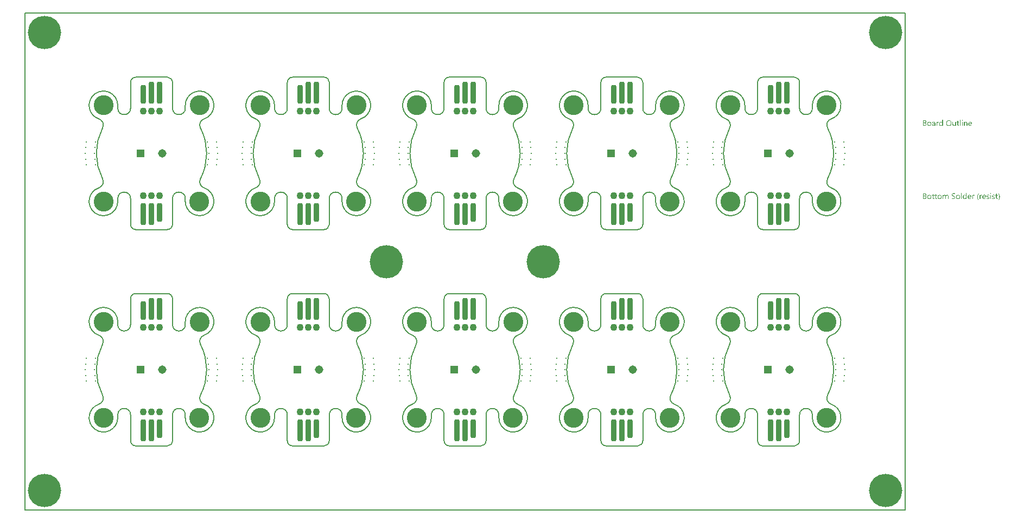
<source format=gbs>
G04*
G04 #@! TF.GenerationSoftware,Altium Limited,Altium Designer,21.8.1 (53)*
G04*
G04 Layer_Color=16711935*
%FSAX25Y25*%
%MOIN*%
G70*
G04*
G04 #@! TF.SameCoordinates,B83950CB-9570-44A4-9459-7039BDA0C6D2*
G04*
G04*
G04 #@! TF.FilePolarity,Negative*
G04*
G01*
G75*
%ADD26C,0.00787*%
G04:AMPARAMS|DCode=33|XSize=35.43mil|YSize=135.83mil|CornerRadius=13.82mil|HoleSize=0mil|Usage=FLASHONLY|Rotation=180.000|XOffset=0mil|YOffset=0mil|HoleType=Round|Shape=RoundedRectangle|*
%AMROUNDEDRECTD33*
21,1,0.03543,0.10819,0,0,180.0*
21,1,0.00780,0.13583,0,0,180.0*
1,1,0.02764,-0.00390,0.05409*
1,1,0.02764,0.00390,0.05409*
1,1,0.02764,0.00390,-0.05409*
1,1,0.02764,-0.00390,-0.05409*
%
%ADD33ROUNDEDRECTD33*%
G04:AMPARAMS|DCode=34|XSize=35.43mil|YSize=116.14mil|CornerRadius=13.82mil|HoleSize=0mil|Usage=FLASHONLY|Rotation=180.000|XOffset=0mil|YOffset=0mil|HoleType=Round|Shape=RoundedRectangle|*
%AMROUNDEDRECTD34*
21,1,0.03543,0.08850,0,0,180.0*
21,1,0.00780,0.11614,0,0,180.0*
1,1,0.02764,-0.00390,0.04425*
1,1,0.02764,0.00390,0.04425*
1,1,0.02764,0.00390,-0.04425*
1,1,0.02764,-0.00390,-0.04425*
%
%ADD34ROUNDEDRECTD34*%
%ADD35C,0.04331*%
%ADD54C,0.00800*%
%ADD55C,0.20485*%
%ADD56C,0.05158*%
%ADD57R,0.05158X0.05158*%
%ADD58C,0.00591*%
%ADD59C,0.12205*%
G36*
X0556099Y0220157D02*
X0556124D01*
X0556179Y0220132D01*
X0556210Y0220114D01*
X0556241Y0220089D01*
X0556247Y0220083D01*
X0556254Y0220077D01*
X0556285Y0220040D01*
X0556309Y0219978D01*
X0556316Y0219941D01*
X0556322Y0219903D01*
Y0219897D01*
Y0219885D01*
X0556316Y0219866D01*
X0556309Y0219842D01*
X0556291Y0219780D01*
X0556266Y0219749D01*
X0556241Y0219718D01*
X0556235D01*
X0556229Y0219705D01*
X0556192Y0219681D01*
X0556136Y0219656D01*
X0556099Y0219650D01*
X0556062Y0219643D01*
X0556043D01*
X0556025Y0219650D01*
X0556000D01*
X0555938Y0219674D01*
X0555907Y0219687D01*
X0555876Y0219711D01*
Y0219718D01*
X0555864Y0219724D01*
X0555851Y0219742D01*
X0555839Y0219761D01*
X0555814Y0219823D01*
X0555808Y0219860D01*
X0555802Y0219903D01*
Y0219910D01*
Y0219922D01*
X0555808Y0219941D01*
X0555814Y0219971D01*
X0555833Y0220027D01*
X0555851Y0220058D01*
X0555876Y0220089D01*
X0555882Y0220095D01*
X0555888Y0220101D01*
X0555926Y0220126D01*
X0555987Y0220151D01*
X0556025Y0220163D01*
X0556080D01*
X0556099Y0220157D01*
D02*
G37*
G36*
X0544109Y0216493D02*
X0543707D01*
Y0216914D01*
X0543694D01*
Y0216908D01*
X0543682Y0216895D01*
X0543663Y0216870D01*
X0543645Y0216839D01*
X0543614Y0216802D01*
X0543576Y0216765D01*
X0543533Y0216722D01*
X0543484Y0216678D01*
X0543428Y0216629D01*
X0543360Y0216586D01*
X0543292Y0216548D01*
X0543211Y0216511D01*
X0543131Y0216480D01*
X0543038Y0216456D01*
X0542939Y0216443D01*
X0542834Y0216437D01*
X0542790D01*
X0542753Y0216443D01*
X0542716Y0216449D01*
X0542667Y0216456D01*
X0542561Y0216480D01*
X0542438Y0216517D01*
X0542314Y0216579D01*
X0542246Y0216617D01*
X0542190Y0216660D01*
X0542128Y0216716D01*
X0542072Y0216771D01*
Y0216777D01*
X0542060Y0216790D01*
X0542048Y0216808D01*
X0542029Y0216833D01*
X0542010Y0216864D01*
X0541986Y0216908D01*
X0541961Y0216957D01*
X0541936Y0217013D01*
X0541905Y0217075D01*
X0541880Y0217143D01*
X0541856Y0217217D01*
X0541837Y0217297D01*
X0541819Y0217384D01*
X0541806Y0217483D01*
X0541800Y0217582D01*
X0541794Y0217687D01*
Y0217694D01*
Y0217712D01*
Y0217749D01*
X0541800Y0217793D01*
X0541806Y0217842D01*
X0541812Y0217904D01*
X0541819Y0217972D01*
X0541831Y0218046D01*
X0541868Y0218207D01*
X0541924Y0218374D01*
X0541961Y0218455D01*
X0542004Y0218535D01*
X0542048Y0218610D01*
X0542103Y0218684D01*
X0542109Y0218690D01*
X0542116Y0218703D01*
X0542134Y0218721D01*
X0542159Y0218746D01*
X0542190Y0218771D01*
X0542233Y0218802D01*
X0542277Y0218839D01*
X0542326Y0218876D01*
X0542450Y0218944D01*
X0542592Y0219006D01*
X0542673Y0219024D01*
X0542759Y0219043D01*
X0542846Y0219055D01*
X0542945Y0219062D01*
X0542995D01*
X0543032Y0219055D01*
X0543069Y0219049D01*
X0543118Y0219043D01*
X0543230Y0219012D01*
X0543354Y0218963D01*
X0543415Y0218932D01*
X0543477Y0218888D01*
X0543539Y0218845D01*
X0543595Y0218789D01*
X0543645Y0218727D01*
X0543694Y0218653D01*
X0543707D01*
Y0220213D01*
X0544109D01*
Y0216493D01*
D02*
G37*
G36*
X0558377Y0219055D02*
X0558451Y0219049D01*
X0558544Y0219031D01*
X0558643Y0219000D01*
X0558748Y0218950D01*
X0558853Y0218882D01*
X0558897Y0218845D01*
X0558940Y0218795D01*
X0558952Y0218783D01*
X0558977Y0218746D01*
X0559008Y0218684D01*
X0559052Y0218597D01*
X0559089Y0218492D01*
X0559126Y0218362D01*
X0559151Y0218207D01*
X0559157Y0218028D01*
Y0216493D01*
X0558754D01*
Y0217923D01*
Y0217929D01*
Y0217960D01*
X0558748Y0217997D01*
Y0218046D01*
X0558736Y0218108D01*
X0558723Y0218176D01*
X0558705Y0218251D01*
X0558680Y0218325D01*
X0558649Y0218399D01*
X0558612Y0218467D01*
X0558563Y0218535D01*
X0558507Y0218597D01*
X0558445Y0218647D01*
X0558364Y0218684D01*
X0558278Y0218715D01*
X0558173Y0218721D01*
X0558160D01*
X0558123Y0218715D01*
X0558067Y0218709D01*
X0557999Y0218690D01*
X0557919Y0218665D01*
X0557832Y0218622D01*
X0557752Y0218566D01*
X0557671Y0218492D01*
X0557665Y0218480D01*
X0557640Y0218455D01*
X0557609Y0218405D01*
X0557572Y0218337D01*
X0557535Y0218257D01*
X0557504Y0218158D01*
X0557479Y0218046D01*
X0557473Y0217923D01*
Y0216493D01*
X0557071D01*
Y0219006D01*
X0557473D01*
Y0218585D01*
X0557485D01*
X0557492Y0218591D01*
X0557498Y0218603D01*
X0557516Y0218628D01*
X0557541Y0218659D01*
X0557566Y0218696D01*
X0557603Y0218734D01*
X0557646Y0218777D01*
X0557696Y0218826D01*
X0557752Y0218870D01*
X0557814Y0218913D01*
X0557882Y0218950D01*
X0557956Y0218987D01*
X0558030Y0219018D01*
X0558117Y0219043D01*
X0558210Y0219055D01*
X0558309Y0219062D01*
X0558346D01*
X0558377Y0219055D01*
D02*
G37*
G36*
X0541379Y0219043D02*
X0541453Y0219037D01*
X0541497Y0219024D01*
X0541528Y0219012D01*
Y0218597D01*
X0541521Y0218603D01*
X0541509Y0218610D01*
X0541484Y0218622D01*
X0541453Y0218641D01*
X0541410Y0218653D01*
X0541354Y0218665D01*
X0541292Y0218672D01*
X0541224Y0218678D01*
X0541212D01*
X0541181Y0218672D01*
X0541131Y0218665D01*
X0541076Y0218647D01*
X0541001Y0218616D01*
X0540933Y0218573D01*
X0540859Y0218511D01*
X0540791Y0218430D01*
X0540785Y0218418D01*
X0540766Y0218387D01*
X0540735Y0218331D01*
X0540704Y0218257D01*
X0540673Y0218164D01*
X0540642Y0218046D01*
X0540624Y0217916D01*
X0540618Y0217768D01*
Y0216493D01*
X0540215D01*
Y0219006D01*
X0540618D01*
Y0218486D01*
X0540630D01*
Y0218492D01*
X0540636Y0218498D01*
X0540649Y0218529D01*
X0540667Y0218579D01*
X0540698Y0218641D01*
X0540729Y0218703D01*
X0540779Y0218771D01*
X0540828Y0218839D01*
X0540890Y0218901D01*
X0540896Y0218907D01*
X0540921Y0218925D01*
X0540958Y0218950D01*
X0541008Y0218975D01*
X0541063Y0219000D01*
X0541131Y0219024D01*
X0541206Y0219043D01*
X0541286Y0219049D01*
X0541342D01*
X0541379Y0219043D01*
D02*
G37*
G36*
X0552119Y0216493D02*
X0551716D01*
Y0216889D01*
X0551704D01*
Y0216883D01*
X0551692Y0216870D01*
X0551679Y0216846D01*
X0551654Y0216821D01*
X0551599Y0216746D01*
X0551512Y0216666D01*
X0551463Y0216623D01*
X0551407Y0216579D01*
X0551345Y0216542D01*
X0551271Y0216505D01*
X0551196Y0216480D01*
X0551116Y0216456D01*
X0551023Y0216443D01*
X0550930Y0216437D01*
X0550893D01*
X0550850Y0216443D01*
X0550788Y0216456D01*
X0550720Y0216468D01*
X0550645Y0216493D01*
X0550565Y0216524D01*
X0550485Y0216573D01*
X0550398Y0216629D01*
X0550317Y0216697D01*
X0550243Y0216784D01*
X0550175Y0216889D01*
X0550113Y0217006D01*
X0550070Y0217149D01*
X0550045Y0217316D01*
X0550033Y0217403D01*
Y0217502D01*
Y0219006D01*
X0550429D01*
Y0217564D01*
Y0217557D01*
Y0217533D01*
X0550435Y0217489D01*
X0550441Y0217440D01*
X0550447Y0217378D01*
X0550460Y0217316D01*
X0550478Y0217242D01*
X0550503Y0217167D01*
X0550540Y0217093D01*
X0550577Y0217025D01*
X0550627Y0216957D01*
X0550689Y0216895D01*
X0550757Y0216846D01*
X0550837Y0216808D01*
X0550936Y0216777D01*
X0551042Y0216771D01*
X0551054D01*
X0551091Y0216777D01*
X0551147Y0216784D01*
X0551209Y0216796D01*
X0551289Y0216827D01*
X0551370Y0216864D01*
X0551450Y0216914D01*
X0551524Y0216988D01*
X0551531Y0217000D01*
X0551555Y0217025D01*
X0551586Y0217075D01*
X0551623Y0217143D01*
X0551654Y0217223D01*
X0551685Y0217322D01*
X0551710Y0217434D01*
X0551716Y0217557D01*
Y0219006D01*
X0552119D01*
Y0216493D01*
D02*
G37*
G36*
X0556254D02*
X0555851D01*
Y0219006D01*
X0556254D01*
Y0216493D01*
D02*
G37*
G36*
X0555034D02*
X0554632D01*
Y0220213D01*
X0555034D01*
Y0216493D01*
D02*
G37*
G36*
X0538655Y0219055D02*
X0538711Y0219049D01*
X0538779Y0219031D01*
X0538854Y0219012D01*
X0538934Y0218981D01*
X0539021Y0218944D01*
X0539101Y0218895D01*
X0539182Y0218832D01*
X0539256Y0218758D01*
X0539324Y0218665D01*
X0539380Y0218560D01*
X0539423Y0218436D01*
X0539448Y0218294D01*
X0539460Y0218127D01*
Y0216493D01*
X0539058D01*
Y0216883D01*
X0539045D01*
Y0216877D01*
X0539033Y0216864D01*
X0539021Y0216839D01*
X0538996Y0216815D01*
X0538934Y0216740D01*
X0538854Y0216660D01*
X0538742Y0216579D01*
X0538612Y0216505D01*
X0538532Y0216480D01*
X0538451Y0216456D01*
X0538365Y0216443D01*
X0538272Y0216437D01*
X0538235D01*
X0538210Y0216443D01*
X0538142Y0216449D01*
X0538061Y0216462D01*
X0537962Y0216487D01*
X0537869Y0216517D01*
X0537770Y0216567D01*
X0537684Y0216629D01*
X0537677Y0216641D01*
X0537653Y0216666D01*
X0537615Y0216709D01*
X0537578Y0216771D01*
X0537541Y0216846D01*
X0537504Y0216932D01*
X0537479Y0217037D01*
X0537473Y0217155D01*
Y0217161D01*
Y0217186D01*
X0537479Y0217223D01*
X0537486Y0217267D01*
X0537498Y0217322D01*
X0537516Y0217384D01*
X0537541Y0217452D01*
X0537578Y0217520D01*
X0537622Y0217595D01*
X0537677Y0217669D01*
X0537746Y0217737D01*
X0537826Y0217799D01*
X0537919Y0217861D01*
X0538030Y0217910D01*
X0538154Y0217947D01*
X0538303Y0217978D01*
X0539058Y0218084D01*
Y0218090D01*
Y0218108D01*
X0539052Y0218145D01*
Y0218183D01*
X0539039Y0218232D01*
X0539033Y0218288D01*
X0538996Y0218405D01*
X0538965Y0218461D01*
X0538934Y0218517D01*
X0538891Y0218573D01*
X0538841Y0218622D01*
X0538779Y0218665D01*
X0538711Y0218696D01*
X0538631Y0218715D01*
X0538538Y0218721D01*
X0538494D01*
X0538463Y0218715D01*
X0538420D01*
X0538377Y0218703D01*
X0538266Y0218684D01*
X0538142Y0218647D01*
X0538005Y0218591D01*
X0537931Y0218554D01*
X0537863Y0218517D01*
X0537789Y0218467D01*
X0537721Y0218412D01*
Y0218826D01*
X0537727D01*
X0537739Y0218839D01*
X0537758Y0218851D01*
X0537789Y0218864D01*
X0537820Y0218882D01*
X0537863Y0218901D01*
X0537913Y0218919D01*
X0537968Y0218944D01*
X0538092Y0218987D01*
X0538241Y0219024D01*
X0538402Y0219049D01*
X0538575Y0219062D01*
X0538612D01*
X0538655Y0219055D01*
D02*
G37*
G36*
X0532967Y0220003D02*
X0533010D01*
X0533053Y0219996D01*
X0533152Y0219984D01*
X0533270Y0219953D01*
X0533394Y0219916D01*
X0533511Y0219860D01*
X0533617Y0219786D01*
X0533623D01*
X0533629Y0219773D01*
X0533660Y0219749D01*
X0533703Y0219699D01*
X0533753Y0219631D01*
X0533796Y0219544D01*
X0533840Y0219445D01*
X0533871Y0219334D01*
X0533883Y0219272D01*
Y0219204D01*
Y0219198D01*
Y0219192D01*
Y0219154D01*
X0533877Y0219099D01*
X0533864Y0219031D01*
X0533846Y0218944D01*
X0533815Y0218857D01*
X0533778Y0218771D01*
X0533722Y0218684D01*
X0533716Y0218672D01*
X0533691Y0218647D01*
X0533654Y0218610D01*
X0533604Y0218560D01*
X0533542Y0218511D01*
X0533468Y0218455D01*
X0533375Y0218412D01*
X0533276Y0218368D01*
Y0218362D01*
X0533295D01*
X0533314Y0218356D01*
X0533332Y0218350D01*
X0533400Y0218337D01*
X0533481Y0218313D01*
X0533567Y0218275D01*
X0533660Y0218232D01*
X0533753Y0218170D01*
X0533840Y0218090D01*
X0533852Y0218077D01*
X0533877Y0218046D01*
X0533908Y0218003D01*
X0533951Y0217935D01*
X0533988Y0217848D01*
X0534025Y0217749D01*
X0534050Y0217632D01*
X0534056Y0217502D01*
Y0217495D01*
Y0217483D01*
Y0217458D01*
X0534050Y0217427D01*
X0534044Y0217390D01*
X0534038Y0217347D01*
X0534013Y0217242D01*
X0533976Y0217124D01*
X0533920Y0217000D01*
X0533883Y0216945D01*
X0533840Y0216883D01*
X0533784Y0216827D01*
X0533728Y0216771D01*
X0533722D01*
X0533716Y0216759D01*
X0533697Y0216746D01*
X0533673Y0216728D01*
X0533641Y0216709D01*
X0533598Y0216685D01*
X0533505Y0216635D01*
X0533388Y0216579D01*
X0533252Y0216536D01*
X0533091Y0216505D01*
X0533010Y0216499D01*
X0532917Y0216493D01*
X0531890D01*
Y0220009D01*
X0532936D01*
X0532967Y0220003D01*
D02*
G37*
G36*
X0553462Y0219006D02*
X0554100D01*
Y0218659D01*
X0553462D01*
Y0217242D01*
Y0217229D01*
Y0217198D01*
X0553468Y0217155D01*
X0553474Y0217099D01*
X0553499Y0216982D01*
X0553518Y0216926D01*
X0553549Y0216883D01*
X0553555Y0216877D01*
X0553567Y0216864D01*
X0553586Y0216852D01*
X0553617Y0216833D01*
X0553654Y0216808D01*
X0553703Y0216796D01*
X0553765Y0216784D01*
X0553833Y0216777D01*
X0553858D01*
X0553889Y0216784D01*
X0553926Y0216790D01*
X0554013Y0216815D01*
X0554056Y0216833D01*
X0554100Y0216858D01*
Y0216511D01*
X0554093D01*
X0554075Y0216499D01*
X0554044Y0216493D01*
X0554000Y0216480D01*
X0553945Y0216468D01*
X0553883Y0216456D01*
X0553809Y0216449D01*
X0553722Y0216443D01*
X0553691D01*
X0553660Y0216449D01*
X0553617Y0216456D01*
X0553567Y0216468D01*
X0553511Y0216480D01*
X0553456Y0216505D01*
X0553394Y0216536D01*
X0553332Y0216573D01*
X0553270Y0216623D01*
X0553214Y0216678D01*
X0553165Y0216753D01*
X0553122Y0216833D01*
X0553090Y0216932D01*
X0553066Y0217044D01*
X0553060Y0217174D01*
Y0218659D01*
X0552632D01*
Y0219006D01*
X0553060D01*
Y0219619D01*
X0553462Y0219749D01*
Y0219006D01*
D02*
G37*
G36*
X0560989Y0219055D02*
X0561032Y0219049D01*
X0561076Y0219043D01*
X0561187Y0219024D01*
X0561311Y0218981D01*
X0561435Y0218925D01*
X0561496Y0218888D01*
X0561558Y0218845D01*
X0561614Y0218795D01*
X0561670Y0218740D01*
X0561676Y0218734D01*
X0561682Y0218727D01*
X0561695Y0218709D01*
X0561713Y0218684D01*
X0561732Y0218647D01*
X0561757Y0218610D01*
X0561781Y0218566D01*
X0561806Y0218511D01*
X0561831Y0218449D01*
X0561856Y0218387D01*
X0561880Y0218313D01*
X0561899Y0218232D01*
X0561917Y0218145D01*
X0561930Y0218059D01*
X0561942Y0217960D01*
Y0217854D01*
Y0217644D01*
X0560166D01*
Y0217638D01*
Y0217625D01*
Y0217607D01*
X0560172Y0217576D01*
X0560178Y0217539D01*
Y0217502D01*
X0560197Y0217403D01*
X0560228Y0217304D01*
X0560265Y0217192D01*
X0560320Y0217087D01*
X0560389Y0216994D01*
X0560401Y0216982D01*
X0560426Y0216957D01*
X0560475Y0216926D01*
X0560543Y0216883D01*
X0560630Y0216839D01*
X0560729Y0216808D01*
X0560847Y0216784D01*
X0560983Y0216771D01*
X0561026D01*
X0561057Y0216777D01*
X0561094D01*
X0561137Y0216784D01*
X0561243Y0216808D01*
X0561360Y0216839D01*
X0561490Y0216889D01*
X0561626Y0216957D01*
X0561695Y0217000D01*
X0561763Y0217050D01*
Y0216672D01*
X0561757D01*
X0561750Y0216660D01*
X0561732Y0216654D01*
X0561701Y0216635D01*
X0561670Y0216617D01*
X0561633Y0216598D01*
X0561583Y0216579D01*
X0561534Y0216555D01*
X0561472Y0216530D01*
X0561404Y0216511D01*
X0561255Y0216474D01*
X0561082Y0216449D01*
X0560890Y0216437D01*
X0560840D01*
X0560803Y0216443D01*
X0560760Y0216449D01*
X0560704Y0216456D01*
X0560587Y0216480D01*
X0560450Y0216517D01*
X0560314Y0216579D01*
X0560246Y0216623D01*
X0560178Y0216666D01*
X0560116Y0216716D01*
X0560054Y0216777D01*
X0560048Y0216784D01*
X0560042Y0216796D01*
X0560030Y0216815D01*
X0560005Y0216839D01*
X0559986Y0216877D01*
X0559961Y0216920D01*
X0559931Y0216969D01*
X0559906Y0217025D01*
X0559875Y0217087D01*
X0559850Y0217161D01*
X0559819Y0217242D01*
X0559800Y0217328D01*
X0559782Y0217421D01*
X0559763Y0217520D01*
X0559757Y0217625D01*
X0559751Y0217737D01*
Y0217743D01*
Y0217762D01*
Y0217793D01*
X0559757Y0217836D01*
X0559763Y0217885D01*
X0559769Y0217941D01*
X0559776Y0218009D01*
X0559794Y0218077D01*
X0559831Y0218226D01*
X0559887Y0218387D01*
X0559924Y0218467D01*
X0559974Y0218542D01*
X0560023Y0218622D01*
X0560079Y0218690D01*
X0560085Y0218696D01*
X0560098Y0218709D01*
X0560116Y0218727D01*
X0560141Y0218746D01*
X0560172Y0218777D01*
X0560209Y0218808D01*
X0560258Y0218839D01*
X0560308Y0218876D01*
X0560426Y0218944D01*
X0560568Y0219006D01*
X0560648Y0219024D01*
X0560729Y0219043D01*
X0560816Y0219055D01*
X0560909Y0219062D01*
X0560958D01*
X0560989Y0219055D01*
D02*
G37*
G36*
X0547947Y0220064D02*
X0548008Y0220058D01*
X0548083Y0220046D01*
X0548163Y0220027D01*
X0548250Y0220009D01*
X0548337Y0219984D01*
X0548436Y0219953D01*
X0548528Y0219910D01*
X0548628Y0219860D01*
X0548727Y0219804D01*
X0548819Y0219736D01*
X0548912Y0219662D01*
X0548999Y0219575D01*
X0549005Y0219569D01*
X0549017Y0219551D01*
X0549042Y0219526D01*
X0549067Y0219489D01*
X0549104Y0219439D01*
X0549141Y0219377D01*
X0549178Y0219309D01*
X0549222Y0219235D01*
X0549265Y0219142D01*
X0549302Y0219049D01*
X0549339Y0218944D01*
X0549376Y0218826D01*
X0549401Y0218709D01*
X0549426Y0218579D01*
X0549438Y0218436D01*
X0549445Y0218294D01*
Y0218282D01*
Y0218257D01*
Y0218214D01*
X0549438Y0218152D01*
X0549432Y0218077D01*
X0549420Y0217997D01*
X0549407Y0217904D01*
X0549389Y0217799D01*
X0549364Y0217694D01*
X0549333Y0217582D01*
X0549296Y0217471D01*
X0549253Y0217359D01*
X0549197Y0217242D01*
X0549135Y0217137D01*
X0549067Y0217031D01*
X0548986Y0216932D01*
X0548980Y0216926D01*
X0548968Y0216914D01*
X0548937Y0216889D01*
X0548906Y0216858D01*
X0548856Y0216815D01*
X0548801Y0216777D01*
X0548739Y0216728D01*
X0548665Y0216685D01*
X0548584Y0216641D01*
X0548491Y0216592D01*
X0548392Y0216555D01*
X0548281Y0216517D01*
X0548163Y0216480D01*
X0548039Y0216456D01*
X0547909Y0216443D01*
X0547767Y0216437D01*
X0547736D01*
X0547693Y0216443D01*
X0547643D01*
X0547581Y0216449D01*
X0547507Y0216462D01*
X0547427Y0216480D01*
X0547334Y0216499D01*
X0547241Y0216524D01*
X0547142Y0216555D01*
X0547043Y0216598D01*
X0546944Y0216641D01*
X0546845Y0216697D01*
X0546746Y0216765D01*
X0546653Y0216839D01*
X0546566Y0216926D01*
X0546560Y0216932D01*
X0546548Y0216951D01*
X0546523Y0216976D01*
X0546498Y0217013D01*
X0546461Y0217062D01*
X0546424Y0217124D01*
X0546387Y0217192D01*
X0546343Y0217273D01*
X0546300Y0217359D01*
X0546263Y0217452D01*
X0546226Y0217557D01*
X0546189Y0217675D01*
X0546164Y0217793D01*
X0546139Y0217923D01*
X0546127Y0218065D01*
X0546121Y0218207D01*
Y0218220D01*
Y0218245D01*
X0546127Y0218288D01*
Y0218350D01*
X0546133Y0218418D01*
X0546145Y0218505D01*
X0546158Y0218597D01*
X0546176Y0218696D01*
X0546201Y0218802D01*
X0546232Y0218913D01*
X0546269Y0219024D01*
X0546313Y0219136D01*
X0546368Y0219247D01*
X0546430Y0219359D01*
X0546498Y0219464D01*
X0546579Y0219563D01*
X0546585Y0219569D01*
X0546597Y0219588D01*
X0546628Y0219613D01*
X0546665Y0219643D01*
X0546709Y0219681D01*
X0546764Y0219724D01*
X0546832Y0219767D01*
X0546907Y0219817D01*
X0546993Y0219866D01*
X0547086Y0219910D01*
X0547185Y0219953D01*
X0547297Y0219990D01*
X0547421Y0220021D01*
X0547550Y0220052D01*
X0547687Y0220064D01*
X0547829Y0220071D01*
X0547897D01*
X0547947Y0220064D01*
D02*
G37*
G36*
X0535919Y0219055D02*
X0535963Y0219049D01*
X0536019Y0219043D01*
X0536142Y0219018D01*
X0536285Y0218975D01*
X0536427Y0218913D01*
X0536501Y0218876D01*
X0536569Y0218832D01*
X0536637Y0218777D01*
X0536699Y0218715D01*
X0536706Y0218709D01*
X0536712Y0218696D01*
X0536730Y0218678D01*
X0536749Y0218653D01*
X0536774Y0218616D01*
X0536798Y0218573D01*
X0536829Y0218523D01*
X0536860Y0218467D01*
X0536885Y0218399D01*
X0536916Y0218331D01*
X0536941Y0218251D01*
X0536966Y0218164D01*
X0536984Y0218071D01*
X0537003Y0217972D01*
X0537009Y0217867D01*
X0537015Y0217756D01*
Y0217749D01*
Y0217731D01*
Y0217700D01*
X0537009Y0217656D01*
X0537003Y0217607D01*
X0536997Y0217545D01*
X0536984Y0217483D01*
X0536972Y0217409D01*
X0536935Y0217260D01*
X0536873Y0217099D01*
X0536836Y0217019D01*
X0536786Y0216938D01*
X0536736Y0216864D01*
X0536675Y0216796D01*
X0536668Y0216790D01*
X0536656Y0216784D01*
X0536637Y0216765D01*
X0536613Y0216740D01*
X0536576Y0216716D01*
X0536539Y0216685D01*
X0536489Y0216648D01*
X0536433Y0216617D01*
X0536371Y0216586D01*
X0536303Y0216548D01*
X0536229Y0216517D01*
X0536149Y0216493D01*
X0536062Y0216468D01*
X0535969Y0216456D01*
X0535870Y0216443D01*
X0535765Y0216437D01*
X0535709D01*
X0535672Y0216443D01*
X0535629Y0216449D01*
X0535573Y0216456D01*
X0535511Y0216468D01*
X0535443Y0216480D01*
X0535300Y0216524D01*
X0535152Y0216586D01*
X0535078Y0216623D01*
X0535009Y0216672D01*
X0534941Y0216722D01*
X0534873Y0216784D01*
X0534867Y0216790D01*
X0534861Y0216802D01*
X0534842Y0216821D01*
X0534824Y0216846D01*
X0534799Y0216883D01*
X0534768Y0216926D01*
X0534737Y0216976D01*
X0534712Y0217031D01*
X0534682Y0217099D01*
X0534651Y0217167D01*
X0534620Y0217242D01*
X0534595Y0217328D01*
X0534558Y0217514D01*
X0534551Y0217613D01*
X0534545Y0217718D01*
Y0217724D01*
Y0217749D01*
Y0217780D01*
X0534551Y0217824D01*
X0534558Y0217873D01*
X0534564Y0217935D01*
X0534576Y0218003D01*
X0534589Y0218077D01*
X0534626Y0218238D01*
X0534688Y0218399D01*
X0534731Y0218480D01*
X0534774Y0218560D01*
X0534824Y0218635D01*
X0534886Y0218703D01*
X0534892Y0218709D01*
X0534904Y0218721D01*
X0534923Y0218734D01*
X0534948Y0218758D01*
X0534985Y0218783D01*
X0535028Y0218814D01*
X0535078Y0218851D01*
X0535133Y0218882D01*
X0535195Y0218913D01*
X0535269Y0218950D01*
X0535344Y0218981D01*
X0535430Y0219006D01*
X0535517Y0219031D01*
X0535616Y0219049D01*
X0535721Y0219055D01*
X0535827Y0219062D01*
X0535882D01*
X0535919Y0219055D01*
D02*
G37*
G36*
X0573530Y0175231D02*
X0573555D01*
X0573610Y0175206D01*
X0573641Y0175187D01*
X0573672Y0175163D01*
X0573678Y0175156D01*
X0573685Y0175150D01*
X0573716Y0175113D01*
X0573740Y0175051D01*
X0573746Y0175014D01*
X0573753Y0174977D01*
Y0174971D01*
Y0174958D01*
X0573746Y0174940D01*
X0573740Y0174915D01*
X0573722Y0174853D01*
X0573697Y0174822D01*
X0573672Y0174791D01*
X0573666D01*
X0573660Y0174779D01*
X0573623Y0174754D01*
X0573567Y0174729D01*
X0573530Y0174723D01*
X0573493Y0174717D01*
X0573474D01*
X0573456Y0174723D01*
X0573431D01*
X0573369Y0174748D01*
X0573338Y0174760D01*
X0573307Y0174785D01*
Y0174791D01*
X0573295Y0174797D01*
X0573282Y0174816D01*
X0573270Y0174835D01*
X0573245Y0174897D01*
X0573239Y0174934D01*
X0573233Y0174977D01*
Y0174983D01*
Y0174996D01*
X0573239Y0175014D01*
X0573245Y0175045D01*
X0573264Y0175101D01*
X0573282Y0175132D01*
X0573307Y0175163D01*
X0573313Y0175169D01*
X0573319Y0175175D01*
X0573357Y0175200D01*
X0573419Y0175224D01*
X0573456Y0175237D01*
X0573511D01*
X0573530Y0175231D01*
D02*
G37*
G36*
X0550961Y0175138D02*
X0551011D01*
X0551122Y0175126D01*
X0551246Y0175113D01*
X0551370Y0175088D01*
X0551487Y0175057D01*
X0551537Y0175039D01*
X0551586Y0175014D01*
Y0174550D01*
X0551580D01*
X0551574Y0174562D01*
X0551555Y0174568D01*
X0551531Y0174587D01*
X0551500Y0174599D01*
X0551463Y0174618D01*
X0551370Y0174661D01*
X0551258Y0174698D01*
X0551122Y0174735D01*
X0550961Y0174760D01*
X0550788Y0174767D01*
X0550738D01*
X0550701Y0174760D01*
X0550664D01*
X0550615Y0174754D01*
X0550516Y0174735D01*
X0550509D01*
X0550491Y0174729D01*
X0550466Y0174723D01*
X0550435Y0174717D01*
X0550361Y0174686D01*
X0550274Y0174649D01*
X0550268D01*
X0550255Y0174636D01*
X0550237Y0174624D01*
X0550212Y0174606D01*
X0550156Y0174550D01*
X0550101Y0174482D01*
Y0174476D01*
X0550088Y0174463D01*
X0550082Y0174445D01*
X0550070Y0174414D01*
X0550057Y0174376D01*
X0550051Y0174339D01*
X0550039Y0174240D01*
Y0174234D01*
Y0174216D01*
Y0174191D01*
X0550045Y0174160D01*
X0550057Y0174086D01*
X0550088Y0174005D01*
Y0173999D01*
X0550101Y0173986D01*
X0550107Y0173968D01*
X0550126Y0173943D01*
X0550175Y0173888D01*
X0550237Y0173826D01*
X0550243Y0173819D01*
X0550255Y0173813D01*
X0550274Y0173795D01*
X0550305Y0173776D01*
X0550342Y0173751D01*
X0550379Y0173726D01*
X0550478Y0173665D01*
X0550485Y0173658D01*
X0550503Y0173652D01*
X0550534Y0173634D01*
X0550571Y0173615D01*
X0550621Y0173590D01*
X0550676Y0173566D01*
X0550800Y0173504D01*
X0550806Y0173497D01*
X0550831Y0173485D01*
X0550868Y0173467D01*
X0550918Y0173442D01*
X0550974Y0173417D01*
X0551035Y0173380D01*
X0551159Y0173306D01*
X0551165Y0173299D01*
X0551190Y0173287D01*
X0551221Y0173268D01*
X0551264Y0173238D01*
X0551357Y0173163D01*
X0551456Y0173077D01*
X0551463Y0173070D01*
X0551481Y0173058D01*
X0551500Y0173027D01*
X0551531Y0172996D01*
X0551562Y0172953D01*
X0551599Y0172909D01*
X0551661Y0172798D01*
X0551667Y0172792D01*
X0551673Y0172773D01*
X0551685Y0172742D01*
X0551698Y0172699D01*
X0551710Y0172650D01*
X0551722Y0172588D01*
X0551735Y0172526D01*
Y0172451D01*
Y0172439D01*
Y0172408D01*
X0551729Y0172359D01*
X0551722Y0172297D01*
X0551710Y0172229D01*
X0551692Y0172154D01*
X0551667Y0172080D01*
X0551630Y0172012D01*
X0551623Y0172006D01*
X0551611Y0171981D01*
X0551586Y0171950D01*
X0551562Y0171907D01*
X0551518Y0171863D01*
X0551475Y0171814D01*
X0551419Y0171764D01*
X0551357Y0171715D01*
X0551351Y0171709D01*
X0551326Y0171696D01*
X0551289Y0171678D01*
X0551240Y0171653D01*
X0551184Y0171628D01*
X0551116Y0171603D01*
X0551035Y0171579D01*
X0550955Y0171560D01*
X0550943D01*
X0550918Y0171554D01*
X0550875Y0171548D01*
X0550813Y0171535D01*
X0550744Y0171529D01*
X0550664Y0171517D01*
X0550577Y0171511D01*
X0550429D01*
X0550361Y0171517D01*
X0550274Y0171523D01*
X0550255D01*
X0550231Y0171529D01*
X0550200Y0171535D01*
X0550119Y0171542D01*
X0550027Y0171560D01*
X0550020D01*
X0550002Y0171566D01*
X0549977Y0171572D01*
X0549946Y0171579D01*
X0549872Y0171597D01*
X0549785Y0171622D01*
X0549779D01*
X0549766Y0171628D01*
X0549748Y0171634D01*
X0549723Y0171647D01*
X0549661Y0171671D01*
X0549599Y0171709D01*
Y0172191D01*
X0549606Y0172185D01*
X0549618Y0172179D01*
X0549630Y0172167D01*
X0549655Y0172148D01*
X0549723Y0172105D01*
X0549804Y0172055D01*
X0549810D01*
X0549822Y0172049D01*
X0549847Y0172037D01*
X0549878Y0172024D01*
X0549958Y0171987D01*
X0550045Y0171956D01*
X0550051D01*
X0550070Y0171950D01*
X0550095Y0171944D01*
X0550126Y0171938D01*
X0550212Y0171913D01*
X0550305Y0171894D01*
X0550330D01*
X0550354Y0171888D01*
X0550386D01*
X0550460Y0171882D01*
X0550546Y0171876D01*
X0550608D01*
X0550676Y0171882D01*
X0550763Y0171894D01*
X0550856Y0171907D01*
X0550949Y0171931D01*
X0551035Y0171969D01*
X0551116Y0172012D01*
X0551122Y0172018D01*
X0551147Y0172037D01*
X0551178Y0172074D01*
X0551209Y0172117D01*
X0551246Y0172173D01*
X0551271Y0172247D01*
X0551295Y0172328D01*
X0551302Y0172421D01*
Y0172427D01*
Y0172445D01*
Y0172470D01*
X0551295Y0172507D01*
X0551277Y0172588D01*
X0551240Y0172668D01*
Y0172674D01*
X0551227Y0172687D01*
X0551215Y0172705D01*
X0551196Y0172730D01*
X0551141Y0172792D01*
X0551066Y0172860D01*
X0551060Y0172866D01*
X0551048Y0172879D01*
X0551023Y0172891D01*
X0550992Y0172916D01*
X0550955Y0172940D01*
X0550912Y0172971D01*
X0550806Y0173027D01*
X0550800Y0173033D01*
X0550782Y0173039D01*
X0550751Y0173058D01*
X0550707Y0173077D01*
X0550664Y0173108D01*
X0550608Y0173132D01*
X0550478Y0173200D01*
X0550472Y0173207D01*
X0550447Y0173219D01*
X0550410Y0173238D01*
X0550367Y0173256D01*
X0550317Y0173287D01*
X0550262Y0173318D01*
X0550138Y0173386D01*
X0550132Y0173392D01*
X0550113Y0173405D01*
X0550082Y0173423D01*
X0550045Y0173448D01*
X0549952Y0173516D01*
X0549859Y0173597D01*
X0549853Y0173603D01*
X0549841Y0173615D01*
X0549816Y0173640D01*
X0549791Y0173671D01*
X0549760Y0173714D01*
X0549729Y0173758D01*
X0549674Y0173856D01*
Y0173863D01*
X0549661Y0173881D01*
X0549655Y0173912D01*
X0549643Y0173956D01*
X0549630Y0174005D01*
X0549618Y0174067D01*
X0549612Y0174129D01*
X0549606Y0174203D01*
Y0174216D01*
Y0174247D01*
X0549612Y0174290D01*
X0549618Y0174346D01*
X0549630Y0174414D01*
X0549649Y0174482D01*
X0549674Y0174550D01*
X0549711Y0174618D01*
X0549717Y0174624D01*
X0549729Y0174649D01*
X0549754Y0174680D01*
X0549785Y0174723D01*
X0549822Y0174767D01*
X0549872Y0174816D01*
X0549927Y0174865D01*
X0549989Y0174909D01*
X0549996Y0174915D01*
X0550020Y0174927D01*
X0550057Y0174952D01*
X0550101Y0174977D01*
X0550163Y0175002D01*
X0550224Y0175033D01*
X0550299Y0175057D01*
X0550379Y0175082D01*
X0550392D01*
X0550416Y0175094D01*
X0550460Y0175101D01*
X0550522Y0175113D01*
X0550590Y0175126D01*
X0550664Y0175132D01*
X0550831Y0175144D01*
X0550918D01*
X0550961Y0175138D01*
D02*
G37*
G36*
X0558693Y0171566D02*
X0558290D01*
Y0171987D01*
X0558278D01*
Y0171981D01*
X0558265Y0171969D01*
X0558247Y0171944D01*
X0558228Y0171913D01*
X0558197Y0171876D01*
X0558160Y0171839D01*
X0558117Y0171795D01*
X0558067Y0171752D01*
X0558012Y0171702D01*
X0557943Y0171659D01*
X0557875Y0171622D01*
X0557795Y0171585D01*
X0557714Y0171554D01*
X0557622Y0171529D01*
X0557522Y0171517D01*
X0557417Y0171511D01*
X0557374D01*
X0557337Y0171517D01*
X0557300Y0171523D01*
X0557250Y0171529D01*
X0557145Y0171554D01*
X0557021Y0171591D01*
X0556897Y0171653D01*
X0556829Y0171690D01*
X0556774Y0171733D01*
X0556712Y0171789D01*
X0556656Y0171845D01*
Y0171851D01*
X0556644Y0171863D01*
X0556631Y0171882D01*
X0556613Y0171907D01*
X0556594Y0171938D01*
X0556569Y0171981D01*
X0556544Y0172030D01*
X0556520Y0172086D01*
X0556489Y0172148D01*
X0556464Y0172216D01*
X0556439Y0172291D01*
X0556421Y0172371D01*
X0556402Y0172458D01*
X0556390Y0172557D01*
X0556384Y0172656D01*
X0556377Y0172761D01*
Y0172767D01*
Y0172786D01*
Y0172823D01*
X0556384Y0172866D01*
X0556390Y0172916D01*
X0556396Y0172977D01*
X0556402Y0173046D01*
X0556415Y0173120D01*
X0556452Y0173281D01*
X0556507Y0173448D01*
X0556544Y0173529D01*
X0556588Y0173609D01*
X0556631Y0173683D01*
X0556687Y0173758D01*
X0556693Y0173764D01*
X0556699Y0173776D01*
X0556718Y0173795D01*
X0556743Y0173819D01*
X0556774Y0173844D01*
X0556817Y0173875D01*
X0556860Y0173912D01*
X0556910Y0173949D01*
X0557033Y0174018D01*
X0557176Y0174079D01*
X0557256Y0174098D01*
X0557343Y0174117D01*
X0557430Y0174129D01*
X0557529Y0174135D01*
X0557578D01*
X0557615Y0174129D01*
X0557653Y0174123D01*
X0557702Y0174117D01*
X0557814Y0174086D01*
X0557937Y0174036D01*
X0557999Y0174005D01*
X0558061Y0173962D01*
X0558123Y0173918D01*
X0558179Y0173863D01*
X0558228Y0173801D01*
X0558278Y0173726D01*
X0558290D01*
Y0175286D01*
X0558693D01*
Y0171566D01*
D02*
G37*
G36*
X0575436Y0174129D02*
X0575517Y0174123D01*
X0575603Y0174110D01*
X0575703Y0174086D01*
X0575802Y0174061D01*
X0575901Y0174024D01*
Y0173615D01*
X0575888Y0173621D01*
X0575851Y0173646D01*
X0575795Y0173671D01*
X0575721Y0173708D01*
X0575628Y0173739D01*
X0575517Y0173770D01*
X0575393Y0173788D01*
X0575263Y0173795D01*
X0575195D01*
X0575133Y0173782D01*
X0575059Y0173770D01*
X0575053D01*
X0575046Y0173764D01*
X0575009Y0173751D01*
X0574960Y0173726D01*
X0574904Y0173696D01*
X0574892Y0173689D01*
X0574867Y0173665D01*
X0574836Y0173627D01*
X0574805Y0173584D01*
X0574799Y0173572D01*
X0574787Y0173541D01*
X0574774Y0173497D01*
X0574768Y0173442D01*
Y0173436D01*
Y0173423D01*
Y0173405D01*
X0574774Y0173386D01*
X0574787Y0173330D01*
X0574805Y0173275D01*
X0574811Y0173262D01*
X0574830Y0173238D01*
X0574867Y0173200D01*
X0574910Y0173157D01*
X0574916D01*
X0574923Y0173151D01*
X0574960Y0173126D01*
X0575009Y0173095D01*
X0575077Y0173064D01*
X0575084D01*
X0575096Y0173058D01*
X0575114Y0173052D01*
X0575145Y0173039D01*
X0575214Y0173015D01*
X0575300Y0172977D01*
X0575306D01*
X0575331Y0172965D01*
X0575362Y0172953D01*
X0575399Y0172940D01*
X0575498Y0172897D01*
X0575597Y0172848D01*
X0575603D01*
X0575622Y0172835D01*
X0575647Y0172823D01*
X0575678Y0172804D01*
X0575752Y0172755D01*
X0575826Y0172693D01*
X0575833Y0172687D01*
X0575845Y0172680D01*
X0575857Y0172662D01*
X0575882Y0172637D01*
X0575925Y0172575D01*
X0575969Y0172495D01*
Y0172488D01*
X0575975Y0172476D01*
X0575987Y0172451D01*
X0575993Y0172421D01*
X0576006Y0172383D01*
X0576012Y0172340D01*
X0576018Y0172235D01*
Y0172229D01*
Y0172204D01*
X0576012Y0172167D01*
X0576006Y0172123D01*
X0576000Y0172074D01*
X0575981Y0172018D01*
X0575963Y0171969D01*
X0575932Y0171913D01*
X0575925Y0171907D01*
X0575919Y0171888D01*
X0575901Y0171863D01*
X0575876Y0171832D01*
X0575845Y0171795D01*
X0575808Y0171758D01*
X0575715Y0171684D01*
X0575709Y0171678D01*
X0575690Y0171671D01*
X0575665Y0171653D01*
X0575622Y0171634D01*
X0575579Y0171610D01*
X0575523Y0171591D01*
X0575467Y0171572D01*
X0575399Y0171554D01*
X0575393D01*
X0575368Y0171548D01*
X0575331Y0171542D01*
X0575288Y0171535D01*
X0575226Y0171523D01*
X0575164Y0171517D01*
X0575022Y0171511D01*
X0574960D01*
X0574886Y0171517D01*
X0574793Y0171529D01*
X0574687Y0171548D01*
X0574576Y0171572D01*
X0574465Y0171603D01*
X0574353Y0171653D01*
Y0172086D01*
X0574359D01*
X0574366Y0172074D01*
X0574384Y0172061D01*
X0574409Y0172049D01*
X0574477Y0172012D01*
X0574570Y0171969D01*
X0574675Y0171919D01*
X0574799Y0171882D01*
X0574935Y0171857D01*
X0575077Y0171845D01*
X0575127D01*
X0575158Y0171851D01*
X0575245Y0171863D01*
X0575344Y0171888D01*
X0575436Y0171931D01*
X0575480Y0171962D01*
X0575523Y0171993D01*
X0575554Y0172037D01*
X0575579Y0172080D01*
X0575597Y0172136D01*
X0575603Y0172198D01*
Y0172204D01*
Y0172216D01*
Y0172235D01*
X0575597Y0172253D01*
X0575585Y0172309D01*
X0575560Y0172365D01*
Y0172371D01*
X0575554Y0172377D01*
X0575529Y0172408D01*
X0575492Y0172451D01*
X0575436Y0172488D01*
X0575430D01*
X0575424Y0172501D01*
X0575387Y0172520D01*
X0575331Y0172557D01*
X0575257Y0172588D01*
X0575251D01*
X0575238Y0172594D01*
X0575220Y0172606D01*
X0575189Y0172618D01*
X0575121Y0172643D01*
X0575034Y0172680D01*
X0575028D01*
X0575003Y0172693D01*
X0574972Y0172705D01*
X0574935Y0172718D01*
X0574836Y0172761D01*
X0574737Y0172810D01*
X0574731Y0172817D01*
X0574718Y0172823D01*
X0574694Y0172835D01*
X0574663Y0172854D01*
X0574595Y0172903D01*
X0574527Y0172959D01*
X0574520Y0172965D01*
X0574514Y0172971D01*
X0574496Y0172990D01*
X0574477Y0173015D01*
X0574434Y0173077D01*
X0574397Y0173151D01*
Y0173157D01*
X0574390Y0173169D01*
X0574384Y0173194D01*
X0574378Y0173225D01*
X0574372Y0173262D01*
X0574366Y0173306D01*
X0574359Y0173411D01*
Y0173417D01*
Y0173442D01*
X0574366Y0173473D01*
X0574372Y0173516D01*
X0574378Y0173566D01*
X0574397Y0173615D01*
X0574415Y0173671D01*
X0574440Y0173720D01*
X0574446Y0173726D01*
X0574452Y0173745D01*
X0574471Y0173770D01*
X0574496Y0173801D01*
X0574564Y0173875D01*
X0574650Y0173949D01*
X0574656Y0173956D01*
X0574675Y0173962D01*
X0574700Y0173980D01*
X0574743Y0173999D01*
X0574787Y0174024D01*
X0574836Y0174048D01*
X0574960Y0174086D01*
X0574966D01*
X0574991Y0174092D01*
X0575022Y0174104D01*
X0575071Y0174110D01*
X0575121Y0174123D01*
X0575183Y0174129D01*
X0575319Y0174135D01*
X0575375D01*
X0575436Y0174129D01*
D02*
G37*
G36*
X0572081D02*
X0572162Y0174123D01*
X0572249Y0174110D01*
X0572348Y0174086D01*
X0572447Y0174061D01*
X0572546Y0174024D01*
Y0173615D01*
X0572533Y0173621D01*
X0572496Y0173646D01*
X0572440Y0173671D01*
X0572366Y0173708D01*
X0572273Y0173739D01*
X0572162Y0173770D01*
X0572038Y0173788D01*
X0571908Y0173795D01*
X0571840D01*
X0571778Y0173782D01*
X0571704Y0173770D01*
X0571698D01*
X0571692Y0173764D01*
X0571654Y0173751D01*
X0571605Y0173726D01*
X0571549Y0173696D01*
X0571537Y0173689D01*
X0571512Y0173665D01*
X0571481Y0173627D01*
X0571450Y0173584D01*
X0571444Y0173572D01*
X0571431Y0173541D01*
X0571419Y0173497D01*
X0571413Y0173442D01*
Y0173436D01*
Y0173423D01*
Y0173405D01*
X0571419Y0173386D01*
X0571431Y0173330D01*
X0571450Y0173275D01*
X0571456Y0173262D01*
X0571475Y0173238D01*
X0571512Y0173200D01*
X0571555Y0173157D01*
X0571561D01*
X0571568Y0173151D01*
X0571605Y0173126D01*
X0571654Y0173095D01*
X0571722Y0173064D01*
X0571729D01*
X0571741Y0173058D01*
X0571760Y0173052D01*
X0571791Y0173039D01*
X0571859Y0173015D01*
X0571945Y0172977D01*
X0571951D01*
X0571976Y0172965D01*
X0572007Y0172953D01*
X0572044Y0172940D01*
X0572143Y0172897D01*
X0572242Y0172848D01*
X0572249D01*
X0572267Y0172835D01*
X0572292Y0172823D01*
X0572323Y0172804D01*
X0572397Y0172755D01*
X0572471Y0172693D01*
X0572478Y0172687D01*
X0572490Y0172680D01*
X0572502Y0172662D01*
X0572527Y0172637D01*
X0572570Y0172575D01*
X0572614Y0172495D01*
Y0172488D01*
X0572620Y0172476D01*
X0572632Y0172451D01*
X0572639Y0172421D01*
X0572651Y0172383D01*
X0572657Y0172340D01*
X0572663Y0172235D01*
Y0172229D01*
Y0172204D01*
X0572657Y0172167D01*
X0572651Y0172123D01*
X0572645Y0172074D01*
X0572626Y0172018D01*
X0572608Y0171969D01*
X0572577Y0171913D01*
X0572570Y0171907D01*
X0572564Y0171888D01*
X0572546Y0171863D01*
X0572521Y0171832D01*
X0572490Y0171795D01*
X0572453Y0171758D01*
X0572360Y0171684D01*
X0572354Y0171678D01*
X0572335Y0171671D01*
X0572310Y0171653D01*
X0572267Y0171634D01*
X0572224Y0171610D01*
X0572168Y0171591D01*
X0572112Y0171572D01*
X0572044Y0171554D01*
X0572038D01*
X0572013Y0171548D01*
X0571976Y0171542D01*
X0571933Y0171535D01*
X0571871Y0171523D01*
X0571809Y0171517D01*
X0571667Y0171511D01*
X0571605D01*
X0571530Y0171517D01*
X0571438Y0171529D01*
X0571332Y0171548D01*
X0571221Y0171572D01*
X0571110Y0171603D01*
X0570998Y0171653D01*
Y0172086D01*
X0571004D01*
X0571011Y0172074D01*
X0571029Y0172061D01*
X0571054Y0172049D01*
X0571122Y0172012D01*
X0571215Y0171969D01*
X0571320Y0171919D01*
X0571444Y0171882D01*
X0571580Y0171857D01*
X0571722Y0171845D01*
X0571772D01*
X0571803Y0171851D01*
X0571889Y0171863D01*
X0571989Y0171888D01*
X0572081Y0171931D01*
X0572125Y0171962D01*
X0572168Y0171993D01*
X0572199Y0172037D01*
X0572224Y0172080D01*
X0572242Y0172136D01*
X0572249Y0172198D01*
Y0172204D01*
Y0172216D01*
Y0172235D01*
X0572242Y0172253D01*
X0572230Y0172309D01*
X0572205Y0172365D01*
Y0172371D01*
X0572199Y0172377D01*
X0572174Y0172408D01*
X0572137Y0172451D01*
X0572081Y0172488D01*
X0572075D01*
X0572069Y0172501D01*
X0572032Y0172520D01*
X0571976Y0172557D01*
X0571902Y0172588D01*
X0571896D01*
X0571883Y0172594D01*
X0571865Y0172606D01*
X0571834Y0172618D01*
X0571766Y0172643D01*
X0571679Y0172680D01*
X0571673D01*
X0571648Y0172693D01*
X0571617Y0172705D01*
X0571580Y0172718D01*
X0571481Y0172761D01*
X0571382Y0172810D01*
X0571376Y0172817D01*
X0571363Y0172823D01*
X0571339Y0172835D01*
X0571308Y0172854D01*
X0571240Y0172903D01*
X0571172Y0172959D01*
X0571165Y0172965D01*
X0571159Y0172971D01*
X0571140Y0172990D01*
X0571122Y0173015D01*
X0571079Y0173077D01*
X0571041Y0173151D01*
Y0173157D01*
X0571035Y0173169D01*
X0571029Y0173194D01*
X0571023Y0173225D01*
X0571017Y0173262D01*
X0571011Y0173306D01*
X0571004Y0173411D01*
Y0173417D01*
Y0173442D01*
X0571011Y0173473D01*
X0571017Y0173516D01*
X0571023Y0173566D01*
X0571041Y0173615D01*
X0571060Y0173671D01*
X0571085Y0173720D01*
X0571091Y0173726D01*
X0571097Y0173745D01*
X0571116Y0173770D01*
X0571140Y0173801D01*
X0571209Y0173875D01*
X0571295Y0173949D01*
X0571302Y0173956D01*
X0571320Y0173962D01*
X0571345Y0173980D01*
X0571388Y0173999D01*
X0571431Y0174024D01*
X0571481Y0174048D01*
X0571605Y0174086D01*
X0571611D01*
X0571636Y0174092D01*
X0571667Y0174104D01*
X0571716Y0174110D01*
X0571766Y0174123D01*
X0571828Y0174129D01*
X0571964Y0174135D01*
X0572019D01*
X0572081Y0174129D01*
D02*
G37*
G36*
X0546826D02*
X0546882Y0174117D01*
X0546944Y0174104D01*
X0547012Y0174079D01*
X0547092Y0174048D01*
X0547167Y0174005D01*
X0547247Y0173956D01*
X0547321Y0173888D01*
X0547390Y0173801D01*
X0547451Y0173702D01*
X0547507Y0173590D01*
X0547544Y0173448D01*
X0547575Y0173293D01*
X0547581Y0173114D01*
Y0171566D01*
X0547179D01*
Y0173009D01*
Y0173015D01*
Y0173027D01*
Y0173046D01*
Y0173077D01*
X0547173Y0173151D01*
X0547160Y0173238D01*
X0547148Y0173337D01*
X0547123Y0173436D01*
X0547092Y0173529D01*
X0547049Y0173609D01*
X0547043Y0173615D01*
X0547024Y0173640D01*
X0546993Y0173671D01*
X0546944Y0173702D01*
X0546888Y0173739D01*
X0546814Y0173764D01*
X0546721Y0173788D01*
X0546616Y0173795D01*
X0546603D01*
X0546572Y0173788D01*
X0546523Y0173782D01*
X0546461Y0173764D01*
X0546393Y0173739D01*
X0546319Y0173696D01*
X0546244Y0173640D01*
X0546176Y0173559D01*
X0546170Y0173547D01*
X0546151Y0173516D01*
X0546121Y0173467D01*
X0546090Y0173398D01*
X0546053Y0173318D01*
X0546028Y0173225D01*
X0546003Y0173114D01*
X0545997Y0172996D01*
Y0171566D01*
X0545594D01*
Y0173058D01*
Y0173064D01*
Y0173089D01*
X0545588Y0173126D01*
Y0173176D01*
X0545576Y0173231D01*
X0545564Y0173293D01*
X0545545Y0173355D01*
X0545526Y0173429D01*
X0545495Y0173497D01*
X0545458Y0173559D01*
X0545409Y0173621D01*
X0545353Y0173677D01*
X0545291Y0173726D01*
X0545211Y0173764D01*
X0545124Y0173788D01*
X0545025Y0173795D01*
X0545013D01*
X0544982Y0173788D01*
X0544932Y0173782D01*
X0544870Y0173770D01*
X0544802Y0173739D01*
X0544728Y0173702D01*
X0544654Y0173646D01*
X0544586Y0173572D01*
X0544579Y0173559D01*
X0544561Y0173535D01*
X0544530Y0173485D01*
X0544499Y0173417D01*
X0544468Y0173337D01*
X0544437Y0173238D01*
X0544418Y0173126D01*
X0544412Y0172996D01*
Y0171566D01*
X0544010D01*
Y0174079D01*
X0544412D01*
Y0173677D01*
X0544424D01*
X0544431Y0173683D01*
X0544437Y0173696D01*
X0544455Y0173720D01*
X0544474Y0173751D01*
X0544536Y0173819D01*
X0544623Y0173906D01*
X0544734Y0173993D01*
X0544864Y0174061D01*
X0544944Y0174092D01*
X0545025Y0174117D01*
X0545112Y0174129D01*
X0545204Y0174135D01*
X0545248D01*
X0545297Y0174129D01*
X0545359Y0174117D01*
X0545427Y0174098D01*
X0545502Y0174073D01*
X0545576Y0174042D01*
X0545650Y0173993D01*
X0545656Y0173986D01*
X0545681Y0173968D01*
X0545712Y0173937D01*
X0545755Y0173894D01*
X0545799Y0173838D01*
X0545842Y0173776D01*
X0545885Y0173702D01*
X0545916Y0173615D01*
X0545923Y0173621D01*
X0545929Y0173640D01*
X0545947Y0173665D01*
X0545966Y0173696D01*
X0545997Y0173739D01*
X0546034Y0173782D01*
X0546077Y0173826D01*
X0546127Y0173875D01*
X0546182Y0173925D01*
X0546244Y0173968D01*
X0546313Y0174018D01*
X0546387Y0174055D01*
X0546467Y0174086D01*
X0546554Y0174110D01*
X0546653Y0174129D01*
X0546752Y0174135D01*
X0546789D01*
X0546826Y0174129D01*
D02*
G37*
G36*
X0567934Y0174117D02*
X0568008Y0174110D01*
X0568052Y0174098D01*
X0568083Y0174086D01*
Y0173671D01*
X0568077Y0173677D01*
X0568064Y0173683D01*
X0568039Y0173696D01*
X0568008Y0173714D01*
X0567965Y0173726D01*
X0567909Y0173739D01*
X0567847Y0173745D01*
X0567779Y0173751D01*
X0567767D01*
X0567736Y0173745D01*
X0567687Y0173739D01*
X0567631Y0173720D01*
X0567556Y0173689D01*
X0567488Y0173646D01*
X0567414Y0173584D01*
X0567346Y0173504D01*
X0567340Y0173491D01*
X0567321Y0173460D01*
X0567290Y0173405D01*
X0567259Y0173330D01*
X0567229Y0173238D01*
X0567198Y0173120D01*
X0567179Y0172990D01*
X0567173Y0172841D01*
Y0171566D01*
X0566770D01*
Y0174079D01*
X0567173D01*
Y0173559D01*
X0567185D01*
Y0173566D01*
X0567191Y0173572D01*
X0567204Y0173603D01*
X0567222Y0173652D01*
X0567253Y0173714D01*
X0567284Y0173776D01*
X0567334Y0173844D01*
X0567383Y0173912D01*
X0567445Y0173974D01*
X0567451Y0173980D01*
X0567476Y0173999D01*
X0567513Y0174024D01*
X0567563Y0174048D01*
X0567618Y0174073D01*
X0567687Y0174098D01*
X0567761Y0174117D01*
X0567841Y0174123D01*
X0567897D01*
X0567934Y0174117D01*
D02*
G37*
G36*
X0563298D02*
X0563372Y0174110D01*
X0563415Y0174098D01*
X0563446Y0174086D01*
Y0173671D01*
X0563440Y0173677D01*
X0563428Y0173683D01*
X0563403Y0173696D01*
X0563372Y0173714D01*
X0563329Y0173726D01*
X0563273Y0173739D01*
X0563211Y0173745D01*
X0563143Y0173751D01*
X0563131D01*
X0563100Y0173745D01*
X0563050Y0173739D01*
X0562994Y0173720D01*
X0562920Y0173689D01*
X0562852Y0173646D01*
X0562778Y0173584D01*
X0562710Y0173504D01*
X0562704Y0173491D01*
X0562685Y0173460D01*
X0562654Y0173405D01*
X0562623Y0173330D01*
X0562592Y0173238D01*
X0562561Y0173120D01*
X0562543Y0172990D01*
X0562536Y0172841D01*
Y0171566D01*
X0562134D01*
Y0174079D01*
X0562536D01*
Y0173559D01*
X0562549D01*
Y0173566D01*
X0562555Y0173572D01*
X0562567Y0173603D01*
X0562586Y0173652D01*
X0562617Y0173714D01*
X0562648Y0173776D01*
X0562697Y0173844D01*
X0562747Y0173912D01*
X0562809Y0173974D01*
X0562815Y0173980D01*
X0562840Y0173999D01*
X0562877Y0174024D01*
X0562926Y0174048D01*
X0562982Y0174073D01*
X0563050Y0174098D01*
X0563125Y0174117D01*
X0563205Y0174123D01*
X0563261D01*
X0563298Y0174117D01*
D02*
G37*
G36*
X0573685Y0171566D02*
X0573282D01*
Y0174079D01*
X0573685D01*
Y0171566D01*
D02*
G37*
G36*
X0555727D02*
X0555325D01*
Y0175286D01*
X0555727D01*
Y0171566D01*
D02*
G37*
G36*
X0532967Y0175076D02*
X0533010D01*
X0533053Y0175070D01*
X0533152Y0175057D01*
X0533270Y0175026D01*
X0533394Y0174989D01*
X0533511Y0174934D01*
X0533617Y0174859D01*
X0533623D01*
X0533629Y0174847D01*
X0533660Y0174822D01*
X0533703Y0174773D01*
X0533753Y0174705D01*
X0533796Y0174618D01*
X0533840Y0174519D01*
X0533871Y0174407D01*
X0533883Y0174346D01*
Y0174277D01*
Y0174271D01*
Y0174265D01*
Y0174228D01*
X0533877Y0174172D01*
X0533864Y0174104D01*
X0533846Y0174018D01*
X0533815Y0173931D01*
X0533778Y0173844D01*
X0533722Y0173758D01*
X0533716Y0173745D01*
X0533691Y0173720D01*
X0533654Y0173683D01*
X0533604Y0173634D01*
X0533542Y0173584D01*
X0533468Y0173529D01*
X0533375Y0173485D01*
X0533276Y0173442D01*
Y0173436D01*
X0533295D01*
X0533314Y0173429D01*
X0533332Y0173423D01*
X0533400Y0173411D01*
X0533481Y0173386D01*
X0533567Y0173349D01*
X0533660Y0173306D01*
X0533753Y0173244D01*
X0533840Y0173163D01*
X0533852Y0173151D01*
X0533877Y0173120D01*
X0533908Y0173077D01*
X0533951Y0173009D01*
X0533988Y0172922D01*
X0534025Y0172823D01*
X0534050Y0172705D01*
X0534056Y0172575D01*
Y0172569D01*
Y0172557D01*
Y0172532D01*
X0534050Y0172501D01*
X0534044Y0172464D01*
X0534038Y0172421D01*
X0534013Y0172315D01*
X0533976Y0172198D01*
X0533920Y0172074D01*
X0533883Y0172018D01*
X0533840Y0171956D01*
X0533784Y0171900D01*
X0533728Y0171845D01*
X0533722D01*
X0533716Y0171832D01*
X0533697Y0171820D01*
X0533673Y0171801D01*
X0533641Y0171783D01*
X0533598Y0171758D01*
X0533505Y0171709D01*
X0533388Y0171653D01*
X0533252Y0171610D01*
X0533091Y0171579D01*
X0533010Y0171572D01*
X0532917Y0171566D01*
X0531890D01*
Y0175082D01*
X0532936D01*
X0532967Y0175076D01*
D02*
G37*
G36*
X0577170Y0174079D02*
X0577807D01*
Y0173733D01*
X0577170D01*
Y0172315D01*
Y0172303D01*
Y0172272D01*
X0577176Y0172229D01*
X0577182Y0172173D01*
X0577207Y0172055D01*
X0577225Y0172000D01*
X0577256Y0171956D01*
X0577262Y0171950D01*
X0577275Y0171938D01*
X0577293Y0171925D01*
X0577324Y0171907D01*
X0577361Y0171882D01*
X0577411Y0171870D01*
X0577473Y0171857D01*
X0577541Y0171851D01*
X0577566D01*
X0577597Y0171857D01*
X0577634Y0171863D01*
X0577720Y0171888D01*
X0577764Y0171907D01*
X0577807Y0171931D01*
Y0171585D01*
X0577801D01*
X0577782Y0171572D01*
X0577751Y0171566D01*
X0577708Y0171554D01*
X0577652Y0171542D01*
X0577591Y0171529D01*
X0577516Y0171523D01*
X0577430Y0171517D01*
X0577399D01*
X0577368Y0171523D01*
X0577324Y0171529D01*
X0577275Y0171542D01*
X0577219Y0171554D01*
X0577163Y0171579D01*
X0577102Y0171610D01*
X0577040Y0171647D01*
X0576978Y0171696D01*
X0576922Y0171752D01*
X0576872Y0171826D01*
X0576829Y0171907D01*
X0576798Y0172006D01*
X0576773Y0172117D01*
X0576767Y0172247D01*
Y0173733D01*
X0576340D01*
Y0174079D01*
X0576767D01*
Y0174692D01*
X0577170Y0174822D01*
Y0174079D01*
D02*
G37*
G36*
X0539893D02*
X0540531D01*
Y0173733D01*
X0539893D01*
Y0172315D01*
Y0172303D01*
Y0172272D01*
X0539900Y0172229D01*
X0539906Y0172173D01*
X0539931Y0172055D01*
X0539949Y0172000D01*
X0539980Y0171956D01*
X0539986Y0171950D01*
X0539999Y0171938D01*
X0540017Y0171925D01*
X0540048Y0171907D01*
X0540085Y0171882D01*
X0540135Y0171870D01*
X0540197Y0171857D01*
X0540265Y0171851D01*
X0540290D01*
X0540320Y0171857D01*
X0540358Y0171863D01*
X0540444Y0171888D01*
X0540488Y0171907D01*
X0540531Y0171931D01*
Y0171585D01*
X0540525D01*
X0540506Y0171572D01*
X0540475Y0171566D01*
X0540432Y0171554D01*
X0540376Y0171542D01*
X0540314Y0171529D01*
X0540240Y0171523D01*
X0540153Y0171517D01*
X0540123D01*
X0540092Y0171523D01*
X0540048Y0171529D01*
X0539999Y0171542D01*
X0539943Y0171554D01*
X0539887Y0171579D01*
X0539825Y0171610D01*
X0539763Y0171647D01*
X0539702Y0171696D01*
X0539646Y0171752D01*
X0539596Y0171826D01*
X0539553Y0171907D01*
X0539522Y0172006D01*
X0539497Y0172117D01*
X0539491Y0172247D01*
Y0173733D01*
X0539064D01*
Y0174079D01*
X0539491D01*
Y0174692D01*
X0539893Y0174822D01*
Y0174079D01*
D02*
G37*
G36*
X0538191D02*
X0538829D01*
Y0173733D01*
X0538191D01*
Y0172315D01*
Y0172303D01*
Y0172272D01*
X0538197Y0172229D01*
X0538204Y0172173D01*
X0538228Y0172055D01*
X0538247Y0172000D01*
X0538278Y0171956D01*
X0538284Y0171950D01*
X0538296Y0171938D01*
X0538315Y0171925D01*
X0538346Y0171907D01*
X0538383Y0171882D01*
X0538433Y0171870D01*
X0538494Y0171857D01*
X0538563Y0171851D01*
X0538587D01*
X0538618Y0171857D01*
X0538655Y0171863D01*
X0538742Y0171888D01*
X0538785Y0171907D01*
X0538829Y0171931D01*
Y0171585D01*
X0538823D01*
X0538804Y0171572D01*
X0538773Y0171566D01*
X0538730Y0171554D01*
X0538674Y0171542D01*
X0538612Y0171529D01*
X0538538Y0171523D01*
X0538451Y0171517D01*
X0538420D01*
X0538389Y0171523D01*
X0538346Y0171529D01*
X0538296Y0171542D01*
X0538241Y0171554D01*
X0538185Y0171579D01*
X0538123Y0171610D01*
X0538061Y0171647D01*
X0537999Y0171696D01*
X0537944Y0171752D01*
X0537894Y0171826D01*
X0537851Y0171907D01*
X0537820Y0172006D01*
X0537795Y0172117D01*
X0537789Y0172247D01*
Y0173733D01*
X0537362D01*
Y0174079D01*
X0537789D01*
Y0174692D01*
X0538191Y0174822D01*
Y0174079D01*
D02*
G37*
G36*
X0569587Y0174129D02*
X0569630Y0174123D01*
X0569673Y0174117D01*
X0569785Y0174098D01*
X0569909Y0174055D01*
X0570033Y0173999D01*
X0570094Y0173962D01*
X0570156Y0173918D01*
X0570212Y0173869D01*
X0570268Y0173813D01*
X0570274Y0173807D01*
X0570280Y0173801D01*
X0570293Y0173782D01*
X0570311Y0173758D01*
X0570330Y0173720D01*
X0570354Y0173683D01*
X0570379Y0173640D01*
X0570404Y0173584D01*
X0570429Y0173522D01*
X0570454Y0173460D01*
X0570478Y0173386D01*
X0570497Y0173306D01*
X0570515Y0173219D01*
X0570528Y0173132D01*
X0570540Y0173033D01*
Y0172928D01*
Y0172718D01*
X0568764D01*
Y0172711D01*
Y0172699D01*
Y0172680D01*
X0568770Y0172650D01*
X0568776Y0172612D01*
Y0172575D01*
X0568794Y0172476D01*
X0568825Y0172377D01*
X0568863Y0172266D01*
X0568918Y0172160D01*
X0568986Y0172068D01*
X0568999Y0172055D01*
X0569024Y0172030D01*
X0569073Y0172000D01*
X0569141Y0171956D01*
X0569228Y0171913D01*
X0569327Y0171882D01*
X0569445Y0171857D01*
X0569581Y0171845D01*
X0569624D01*
X0569655Y0171851D01*
X0569692D01*
X0569735Y0171857D01*
X0569841Y0171882D01*
X0569958Y0171913D01*
X0570088Y0171962D01*
X0570224Y0172030D01*
X0570293Y0172074D01*
X0570361Y0172123D01*
Y0171746D01*
X0570354D01*
X0570348Y0171733D01*
X0570330Y0171727D01*
X0570299Y0171709D01*
X0570268Y0171690D01*
X0570231Y0171671D01*
X0570181Y0171653D01*
X0570132Y0171628D01*
X0570070Y0171603D01*
X0570002Y0171585D01*
X0569853Y0171548D01*
X0569680Y0171523D01*
X0569488Y0171511D01*
X0569438D01*
X0569401Y0171517D01*
X0569358Y0171523D01*
X0569302Y0171529D01*
X0569184Y0171554D01*
X0569048Y0171591D01*
X0568912Y0171653D01*
X0568844Y0171696D01*
X0568776Y0171740D01*
X0568714Y0171789D01*
X0568652Y0171851D01*
X0568646Y0171857D01*
X0568640Y0171870D01*
X0568627Y0171888D01*
X0568603Y0171913D01*
X0568584Y0171950D01*
X0568559Y0171993D01*
X0568528Y0172043D01*
X0568504Y0172099D01*
X0568473Y0172160D01*
X0568448Y0172235D01*
X0568417Y0172315D01*
X0568398Y0172402D01*
X0568380Y0172495D01*
X0568361Y0172594D01*
X0568355Y0172699D01*
X0568349Y0172810D01*
Y0172817D01*
Y0172835D01*
Y0172866D01*
X0568355Y0172909D01*
X0568361Y0172959D01*
X0568367Y0173015D01*
X0568374Y0173083D01*
X0568392Y0173151D01*
X0568429Y0173299D01*
X0568485Y0173460D01*
X0568522Y0173541D01*
X0568572Y0173615D01*
X0568621Y0173696D01*
X0568677Y0173764D01*
X0568683Y0173770D01*
X0568695Y0173782D01*
X0568714Y0173801D01*
X0568739Y0173819D01*
X0568770Y0173850D01*
X0568807Y0173881D01*
X0568856Y0173912D01*
X0568906Y0173949D01*
X0569024Y0174018D01*
X0569166Y0174079D01*
X0569246Y0174098D01*
X0569327Y0174117D01*
X0569414Y0174129D01*
X0569506Y0174135D01*
X0569556D01*
X0569587Y0174129D01*
D02*
G37*
G36*
X0560574D02*
X0560618Y0174123D01*
X0560661Y0174117D01*
X0560772Y0174098D01*
X0560896Y0174055D01*
X0561020Y0173999D01*
X0561082Y0173962D01*
X0561144Y0173918D01*
X0561199Y0173869D01*
X0561255Y0173813D01*
X0561261Y0173807D01*
X0561268Y0173801D01*
X0561280Y0173782D01*
X0561298Y0173758D01*
X0561317Y0173720D01*
X0561342Y0173683D01*
X0561367Y0173640D01*
X0561391Y0173584D01*
X0561416Y0173522D01*
X0561441Y0173460D01*
X0561466Y0173386D01*
X0561484Y0173306D01*
X0561503Y0173219D01*
X0561515Y0173132D01*
X0561527Y0173033D01*
Y0172928D01*
Y0172718D01*
X0559751D01*
Y0172711D01*
Y0172699D01*
Y0172680D01*
X0559757Y0172650D01*
X0559763Y0172612D01*
Y0172575D01*
X0559782Y0172476D01*
X0559813Y0172377D01*
X0559850Y0172266D01*
X0559906Y0172160D01*
X0559974Y0172068D01*
X0559986Y0172055D01*
X0560011Y0172030D01*
X0560061Y0172000D01*
X0560128Y0171956D01*
X0560215Y0171913D01*
X0560314Y0171882D01*
X0560432Y0171857D01*
X0560568Y0171845D01*
X0560611D01*
X0560642Y0171851D01*
X0560679D01*
X0560723Y0171857D01*
X0560828Y0171882D01*
X0560946Y0171913D01*
X0561076Y0171962D01*
X0561212Y0172030D01*
X0561280Y0172074D01*
X0561348Y0172123D01*
Y0171746D01*
X0561342D01*
X0561336Y0171733D01*
X0561317Y0171727D01*
X0561286Y0171709D01*
X0561255Y0171690D01*
X0561218Y0171671D01*
X0561168Y0171653D01*
X0561119Y0171628D01*
X0561057Y0171603D01*
X0560989Y0171585D01*
X0560840Y0171548D01*
X0560667Y0171523D01*
X0560475Y0171511D01*
X0560426D01*
X0560389Y0171517D01*
X0560345Y0171523D01*
X0560289Y0171529D01*
X0560172Y0171554D01*
X0560036Y0171591D01*
X0559900Y0171653D01*
X0559831Y0171696D01*
X0559763Y0171740D01*
X0559701Y0171789D01*
X0559640Y0171851D01*
X0559633Y0171857D01*
X0559627Y0171870D01*
X0559615Y0171888D01*
X0559590Y0171913D01*
X0559571Y0171950D01*
X0559547Y0171993D01*
X0559516Y0172043D01*
X0559491Y0172099D01*
X0559460Y0172160D01*
X0559435Y0172235D01*
X0559404Y0172315D01*
X0559386Y0172402D01*
X0559367Y0172495D01*
X0559349Y0172594D01*
X0559342Y0172699D01*
X0559336Y0172810D01*
Y0172817D01*
Y0172835D01*
Y0172866D01*
X0559342Y0172909D01*
X0559349Y0172959D01*
X0559355Y0173015D01*
X0559361Y0173083D01*
X0559380Y0173151D01*
X0559417Y0173299D01*
X0559472Y0173460D01*
X0559510Y0173541D01*
X0559559Y0173615D01*
X0559609Y0173696D01*
X0559664Y0173764D01*
X0559670Y0173770D01*
X0559683Y0173782D01*
X0559701Y0173801D01*
X0559726Y0173819D01*
X0559757Y0173850D01*
X0559794Y0173881D01*
X0559844Y0173912D01*
X0559893Y0173949D01*
X0560011Y0174018D01*
X0560153Y0174079D01*
X0560234Y0174098D01*
X0560314Y0174117D01*
X0560401Y0174129D01*
X0560494Y0174135D01*
X0560543D01*
X0560574Y0174129D01*
D02*
G37*
G36*
X0553586D02*
X0553629Y0174123D01*
X0553685Y0174117D01*
X0553809Y0174092D01*
X0553951Y0174048D01*
X0554093Y0173986D01*
X0554168Y0173949D01*
X0554236Y0173906D01*
X0554304Y0173850D01*
X0554366Y0173788D01*
X0554372Y0173782D01*
X0554378Y0173770D01*
X0554397Y0173751D01*
X0554415Y0173726D01*
X0554440Y0173689D01*
X0554465Y0173646D01*
X0554496Y0173597D01*
X0554527Y0173541D01*
X0554551Y0173473D01*
X0554582Y0173405D01*
X0554607Y0173324D01*
X0554632Y0173238D01*
X0554650Y0173145D01*
X0554669Y0173046D01*
X0554675Y0172940D01*
X0554681Y0172829D01*
Y0172823D01*
Y0172804D01*
Y0172773D01*
X0554675Y0172730D01*
X0554669Y0172680D01*
X0554663Y0172618D01*
X0554650Y0172557D01*
X0554638Y0172482D01*
X0554601Y0172334D01*
X0554539Y0172173D01*
X0554502Y0172092D01*
X0554452Y0172012D01*
X0554403Y0171938D01*
X0554341Y0171870D01*
X0554335Y0171863D01*
X0554322Y0171857D01*
X0554304Y0171839D01*
X0554279Y0171814D01*
X0554242Y0171789D01*
X0554205Y0171758D01*
X0554155Y0171721D01*
X0554100Y0171690D01*
X0554038Y0171659D01*
X0553969Y0171622D01*
X0553895Y0171591D01*
X0553815Y0171566D01*
X0553728Y0171542D01*
X0553635Y0171529D01*
X0553536Y0171517D01*
X0553431Y0171511D01*
X0553375D01*
X0553338Y0171517D01*
X0553295Y0171523D01*
X0553239Y0171529D01*
X0553177Y0171542D01*
X0553109Y0171554D01*
X0552967Y0171597D01*
X0552818Y0171659D01*
X0552744Y0171696D01*
X0552676Y0171746D01*
X0552608Y0171795D01*
X0552540Y0171857D01*
X0552533Y0171863D01*
X0552527Y0171876D01*
X0552509Y0171894D01*
X0552490Y0171919D01*
X0552465Y0171956D01*
X0552434Y0172000D01*
X0552403Y0172049D01*
X0552379Y0172105D01*
X0552348Y0172173D01*
X0552317Y0172241D01*
X0552286Y0172315D01*
X0552261Y0172402D01*
X0552224Y0172588D01*
X0552218Y0172687D01*
X0552212Y0172792D01*
Y0172798D01*
Y0172823D01*
Y0172854D01*
X0552218Y0172897D01*
X0552224Y0172947D01*
X0552230Y0173009D01*
X0552243Y0173077D01*
X0552255Y0173151D01*
X0552292Y0173312D01*
X0552354Y0173473D01*
X0552397Y0173553D01*
X0552441Y0173634D01*
X0552490Y0173708D01*
X0552552Y0173776D01*
X0552558Y0173782D01*
X0552571Y0173795D01*
X0552589Y0173807D01*
X0552614Y0173832D01*
X0552651Y0173856D01*
X0552694Y0173888D01*
X0552744Y0173925D01*
X0552800Y0173956D01*
X0552861Y0173986D01*
X0552936Y0174024D01*
X0553010Y0174055D01*
X0553097Y0174079D01*
X0553183Y0174104D01*
X0553282Y0174123D01*
X0553388Y0174129D01*
X0553493Y0174135D01*
X0553549D01*
X0553586Y0174129D01*
D02*
G37*
G36*
X0542270D02*
X0542314Y0174123D01*
X0542369Y0174117D01*
X0542493Y0174092D01*
X0542636Y0174048D01*
X0542778Y0173986D01*
X0542852Y0173949D01*
X0542920Y0173906D01*
X0542988Y0173850D01*
X0543050Y0173788D01*
X0543056Y0173782D01*
X0543063Y0173770D01*
X0543081Y0173751D01*
X0543100Y0173726D01*
X0543125Y0173689D01*
X0543149Y0173646D01*
X0543180Y0173597D01*
X0543211Y0173541D01*
X0543236Y0173473D01*
X0543267Y0173405D01*
X0543292Y0173324D01*
X0543317Y0173238D01*
X0543335Y0173145D01*
X0543354Y0173046D01*
X0543360Y0172940D01*
X0543366Y0172829D01*
Y0172823D01*
Y0172804D01*
Y0172773D01*
X0543360Y0172730D01*
X0543354Y0172680D01*
X0543348Y0172618D01*
X0543335Y0172557D01*
X0543323Y0172482D01*
X0543286Y0172334D01*
X0543224Y0172173D01*
X0543187Y0172092D01*
X0543137Y0172012D01*
X0543087Y0171938D01*
X0543026Y0171870D01*
X0543019Y0171863D01*
X0543007Y0171857D01*
X0542988Y0171839D01*
X0542964Y0171814D01*
X0542927Y0171789D01*
X0542889Y0171758D01*
X0542840Y0171721D01*
X0542784Y0171690D01*
X0542722Y0171659D01*
X0542654Y0171622D01*
X0542580Y0171591D01*
X0542499Y0171566D01*
X0542413Y0171542D01*
X0542320Y0171529D01*
X0542221Y0171517D01*
X0542116Y0171511D01*
X0542060D01*
X0542023Y0171517D01*
X0541980Y0171523D01*
X0541924Y0171529D01*
X0541862Y0171542D01*
X0541794Y0171554D01*
X0541651Y0171597D01*
X0541503Y0171659D01*
X0541429Y0171696D01*
X0541361Y0171746D01*
X0541292Y0171795D01*
X0541224Y0171857D01*
X0541218Y0171863D01*
X0541212Y0171876D01*
X0541193Y0171894D01*
X0541175Y0171919D01*
X0541150Y0171956D01*
X0541119Y0172000D01*
X0541088Y0172049D01*
X0541063Y0172105D01*
X0541032Y0172173D01*
X0541001Y0172241D01*
X0540971Y0172315D01*
X0540946Y0172402D01*
X0540909Y0172588D01*
X0540902Y0172687D01*
X0540896Y0172792D01*
Y0172798D01*
Y0172823D01*
Y0172854D01*
X0540902Y0172897D01*
X0540909Y0172947D01*
X0540915Y0173009D01*
X0540927Y0173077D01*
X0540940Y0173151D01*
X0540977Y0173312D01*
X0541039Y0173473D01*
X0541082Y0173553D01*
X0541125Y0173634D01*
X0541175Y0173708D01*
X0541237Y0173776D01*
X0541243Y0173782D01*
X0541255Y0173795D01*
X0541274Y0173807D01*
X0541299Y0173832D01*
X0541336Y0173856D01*
X0541379Y0173888D01*
X0541429Y0173925D01*
X0541484Y0173956D01*
X0541546Y0173986D01*
X0541620Y0174024D01*
X0541695Y0174055D01*
X0541781Y0174079D01*
X0541868Y0174104D01*
X0541967Y0174123D01*
X0542072Y0174129D01*
X0542177Y0174135D01*
X0542233D01*
X0542270Y0174129D01*
D02*
G37*
G36*
X0535919D02*
X0535963Y0174123D01*
X0536019Y0174117D01*
X0536142Y0174092D01*
X0536285Y0174048D01*
X0536427Y0173986D01*
X0536501Y0173949D01*
X0536569Y0173906D01*
X0536637Y0173850D01*
X0536699Y0173788D01*
X0536706Y0173782D01*
X0536712Y0173770D01*
X0536730Y0173751D01*
X0536749Y0173726D01*
X0536774Y0173689D01*
X0536798Y0173646D01*
X0536829Y0173597D01*
X0536860Y0173541D01*
X0536885Y0173473D01*
X0536916Y0173405D01*
X0536941Y0173324D01*
X0536966Y0173238D01*
X0536984Y0173145D01*
X0537003Y0173046D01*
X0537009Y0172940D01*
X0537015Y0172829D01*
Y0172823D01*
Y0172804D01*
Y0172773D01*
X0537009Y0172730D01*
X0537003Y0172680D01*
X0536997Y0172618D01*
X0536984Y0172557D01*
X0536972Y0172482D01*
X0536935Y0172334D01*
X0536873Y0172173D01*
X0536836Y0172092D01*
X0536786Y0172012D01*
X0536736Y0171938D01*
X0536675Y0171870D01*
X0536668Y0171863D01*
X0536656Y0171857D01*
X0536637Y0171839D01*
X0536613Y0171814D01*
X0536576Y0171789D01*
X0536539Y0171758D01*
X0536489Y0171721D01*
X0536433Y0171690D01*
X0536371Y0171659D01*
X0536303Y0171622D01*
X0536229Y0171591D01*
X0536149Y0171566D01*
X0536062Y0171542D01*
X0535969Y0171529D01*
X0535870Y0171517D01*
X0535765Y0171511D01*
X0535709D01*
X0535672Y0171517D01*
X0535629Y0171523D01*
X0535573Y0171529D01*
X0535511Y0171542D01*
X0535443Y0171554D01*
X0535300Y0171597D01*
X0535152Y0171659D01*
X0535078Y0171696D01*
X0535009Y0171746D01*
X0534941Y0171795D01*
X0534873Y0171857D01*
X0534867Y0171863D01*
X0534861Y0171876D01*
X0534842Y0171894D01*
X0534824Y0171919D01*
X0534799Y0171956D01*
X0534768Y0172000D01*
X0534737Y0172049D01*
X0534712Y0172105D01*
X0534682Y0172173D01*
X0534651Y0172241D01*
X0534620Y0172315D01*
X0534595Y0172402D01*
X0534558Y0172588D01*
X0534551Y0172687D01*
X0534545Y0172792D01*
Y0172798D01*
Y0172823D01*
Y0172854D01*
X0534551Y0172897D01*
X0534558Y0172947D01*
X0534564Y0173009D01*
X0534576Y0173077D01*
X0534589Y0173151D01*
X0534626Y0173312D01*
X0534688Y0173473D01*
X0534731Y0173553D01*
X0534774Y0173634D01*
X0534824Y0173708D01*
X0534886Y0173776D01*
X0534892Y0173782D01*
X0534904Y0173795D01*
X0534923Y0173807D01*
X0534948Y0173832D01*
X0534985Y0173856D01*
X0535028Y0173888D01*
X0535078Y0173925D01*
X0535133Y0173956D01*
X0535195Y0173986D01*
X0535269Y0174024D01*
X0535344Y0174055D01*
X0535430Y0174079D01*
X0535517Y0174104D01*
X0535616Y0174123D01*
X0535721Y0174129D01*
X0535827Y0174135D01*
X0535882D01*
X0535919Y0174129D01*
D02*
G37*
G36*
X0578358Y0175070D02*
X0578383Y0175039D01*
X0578420Y0174989D01*
X0578470Y0174921D01*
X0578531Y0174835D01*
X0578593Y0174729D01*
X0578661Y0174612D01*
X0578736Y0174476D01*
X0578810Y0174321D01*
X0578878Y0174154D01*
X0578940Y0173974D01*
X0579002Y0173782D01*
X0579051Y0173578D01*
X0579088Y0173368D01*
X0579113Y0173138D01*
X0579119Y0172903D01*
Y0172897D01*
Y0172891D01*
Y0172872D01*
Y0172848D01*
Y0172817D01*
X0579113Y0172780D01*
X0579107Y0172693D01*
X0579095Y0172581D01*
X0579076Y0172458D01*
X0579058Y0172315D01*
X0579027Y0172160D01*
X0578983Y0171993D01*
X0578934Y0171826D01*
X0578872Y0171647D01*
X0578798Y0171467D01*
X0578711Y0171288D01*
X0578606Y0171108D01*
X0578488Y0170935D01*
X0578352Y0170768D01*
X0577993D01*
X0577999Y0170780D01*
X0578024Y0170811D01*
X0578061Y0170861D01*
X0578111Y0170929D01*
X0578172Y0171015D01*
X0578234Y0171121D01*
X0578302Y0171244D01*
X0578377Y0171380D01*
X0578451Y0171529D01*
X0578519Y0171696D01*
X0578581Y0171870D01*
X0578643Y0172055D01*
X0578692Y0172259D01*
X0578729Y0172464D01*
X0578754Y0172687D01*
X0578760Y0172909D01*
Y0172916D01*
Y0172922D01*
Y0172940D01*
Y0172965D01*
X0578754Y0173027D01*
X0578748Y0173120D01*
X0578736Y0173225D01*
X0578717Y0173349D01*
X0578698Y0173491D01*
X0578661Y0173646D01*
X0578624Y0173813D01*
X0578575Y0173986D01*
X0578507Y0174166D01*
X0578432Y0174346D01*
X0578346Y0174537D01*
X0578240Y0174723D01*
X0578123Y0174903D01*
X0577987Y0175082D01*
X0578352D01*
X0578358Y0175070D01*
D02*
G37*
G36*
X0566312D02*
X0566288Y0175039D01*
X0566244Y0174989D01*
X0566201Y0174915D01*
X0566139Y0174828D01*
X0566071Y0174723D01*
X0566003Y0174599D01*
X0565935Y0174463D01*
X0565861Y0174308D01*
X0565792Y0174141D01*
X0565724Y0173962D01*
X0565669Y0173770D01*
X0565619Y0173572D01*
X0565576Y0173361D01*
X0565551Y0173138D01*
X0565545Y0172909D01*
Y0172903D01*
Y0172897D01*
Y0172879D01*
Y0172854D01*
X0565551Y0172792D01*
X0565557Y0172705D01*
X0565569Y0172600D01*
X0565588Y0172476D01*
X0565607Y0172334D01*
X0565644Y0172185D01*
X0565681Y0172018D01*
X0565730Y0171851D01*
X0565792Y0171671D01*
X0565867Y0171492D01*
X0565960Y0171306D01*
X0566059Y0171121D01*
X0566176Y0170941D01*
X0566312Y0170768D01*
X0565953D01*
X0565947Y0170780D01*
X0565922Y0170805D01*
X0565885Y0170854D01*
X0565836Y0170923D01*
X0565780Y0171009D01*
X0565712Y0171108D01*
X0565644Y0171226D01*
X0565576Y0171362D01*
X0565501Y0171511D01*
X0565433Y0171671D01*
X0565372Y0171845D01*
X0565310Y0172037D01*
X0565260Y0172235D01*
X0565223Y0172445D01*
X0565198Y0172668D01*
X0565192Y0172903D01*
Y0172909D01*
Y0172916D01*
Y0172934D01*
Y0172959D01*
X0565198Y0172990D01*
Y0173027D01*
X0565204Y0173120D01*
X0565217Y0173225D01*
X0565235Y0173355D01*
X0565254Y0173497D01*
X0565285Y0173658D01*
X0565328Y0173826D01*
X0565378Y0173999D01*
X0565440Y0174178D01*
X0565514Y0174364D01*
X0565600Y0174550D01*
X0565699Y0174729D01*
X0565817Y0174909D01*
X0565953Y0175082D01*
X0566319D01*
X0566312Y0175070D01*
D02*
G37*
%LPC*%
G36*
X0542995Y0218721D02*
X0542957D01*
X0542933Y0218715D01*
X0542865Y0218709D01*
X0542784Y0218690D01*
X0542691Y0218653D01*
X0542592Y0218603D01*
X0542499Y0218542D01*
X0542456Y0218498D01*
X0542413Y0218449D01*
X0542407Y0218436D01*
X0542382Y0218399D01*
X0542345Y0218337D01*
X0542308Y0218257D01*
X0542270Y0218152D01*
X0542233Y0218022D01*
X0542208Y0217873D01*
X0542202Y0217706D01*
Y0217700D01*
Y0217687D01*
Y0217663D01*
X0542208Y0217632D01*
Y0217601D01*
X0542215Y0217557D01*
X0542227Y0217458D01*
X0542252Y0217347D01*
X0542289Y0217235D01*
X0542339Y0217124D01*
X0542407Y0217019D01*
X0542419Y0217006D01*
X0542444Y0216982D01*
X0542487Y0216938D01*
X0542549Y0216895D01*
X0542629Y0216852D01*
X0542722Y0216808D01*
X0542828Y0216784D01*
X0542951Y0216771D01*
X0542982D01*
X0543007Y0216777D01*
X0543069Y0216784D01*
X0543143Y0216802D01*
X0543230Y0216833D01*
X0543323Y0216870D01*
X0543409Y0216932D01*
X0543496Y0217013D01*
X0543502Y0217025D01*
X0543527Y0217056D01*
X0543564Y0217112D01*
X0543601Y0217180D01*
X0543638Y0217267D01*
X0543676Y0217372D01*
X0543700Y0217495D01*
X0543707Y0217625D01*
Y0217997D01*
Y0218003D01*
Y0218009D01*
Y0218046D01*
X0543694Y0218102D01*
X0543682Y0218176D01*
X0543657Y0218257D01*
X0543620Y0218343D01*
X0543570Y0218430D01*
X0543502Y0218511D01*
X0543496Y0218517D01*
X0543465Y0218542D01*
X0543422Y0218579D01*
X0543366Y0218616D01*
X0543292Y0218653D01*
X0543205Y0218690D01*
X0543106Y0218715D01*
X0542995Y0218721D01*
D02*
G37*
G36*
X0539058Y0217762D02*
X0538451Y0217675D01*
X0538439D01*
X0538408Y0217669D01*
X0538358Y0217656D01*
X0538296Y0217644D01*
X0538228Y0217625D01*
X0538154Y0217601D01*
X0538092Y0217576D01*
X0538030Y0217539D01*
X0538024Y0217533D01*
X0538005Y0217520D01*
X0537987Y0217495D01*
X0537962Y0217458D01*
X0537931Y0217409D01*
X0537913Y0217347D01*
X0537894Y0217273D01*
X0537888Y0217186D01*
Y0217180D01*
Y0217155D01*
X0537894Y0217124D01*
X0537906Y0217081D01*
X0537919Y0217031D01*
X0537944Y0216982D01*
X0537975Y0216932D01*
X0538018Y0216883D01*
X0538024Y0216877D01*
X0538043Y0216864D01*
X0538074Y0216846D01*
X0538111Y0216827D01*
X0538160Y0216808D01*
X0538222Y0216790D01*
X0538290Y0216777D01*
X0538371Y0216771D01*
X0538383D01*
X0538420Y0216777D01*
X0538476Y0216784D01*
X0538544Y0216796D01*
X0538618Y0216821D01*
X0538705Y0216858D01*
X0538785Y0216914D01*
X0538860Y0216982D01*
X0538866Y0216994D01*
X0538891Y0217019D01*
X0538922Y0217062D01*
X0538959Y0217124D01*
X0538996Y0217205D01*
X0539027Y0217291D01*
X0539052Y0217396D01*
X0539058Y0217508D01*
Y0217762D01*
D02*
G37*
G36*
X0532775Y0219637D02*
X0532304D01*
Y0218498D01*
X0532781D01*
X0532843Y0218505D01*
X0532917Y0218517D01*
X0533004Y0218535D01*
X0533097Y0218566D01*
X0533177Y0218603D01*
X0533258Y0218659D01*
X0533264Y0218665D01*
X0533289Y0218690D01*
X0533320Y0218727D01*
X0533357Y0218783D01*
X0533388Y0218845D01*
X0533419Y0218925D01*
X0533443Y0219018D01*
X0533450Y0219124D01*
Y0219130D01*
Y0219148D01*
X0533443Y0219173D01*
X0533437Y0219204D01*
X0533413Y0219284D01*
X0533394Y0219334D01*
X0533363Y0219384D01*
X0533332Y0219427D01*
X0533283Y0219476D01*
X0533233Y0219520D01*
X0533165Y0219557D01*
X0533091Y0219588D01*
X0532998Y0219613D01*
X0532893Y0219631D01*
X0532775Y0219637D01*
D02*
G37*
G36*
Y0218127D02*
X0532304D01*
Y0216864D01*
X0532924D01*
X0532985Y0216870D01*
X0533072Y0216883D01*
X0533159Y0216908D01*
X0533252Y0216932D01*
X0533344Y0216976D01*
X0533425Y0217031D01*
X0533431Y0217037D01*
X0533456Y0217062D01*
X0533487Y0217099D01*
X0533524Y0217155D01*
X0533561Y0217223D01*
X0533592Y0217304D01*
X0533617Y0217403D01*
X0533623Y0217508D01*
Y0217514D01*
Y0217533D01*
X0533617Y0217564D01*
X0533611Y0217607D01*
X0533598Y0217650D01*
X0533580Y0217706D01*
X0533555Y0217762D01*
X0533518Y0217817D01*
X0533474Y0217873D01*
X0533419Y0217929D01*
X0533351Y0217985D01*
X0533264Y0218028D01*
X0533171Y0218071D01*
X0533053Y0218102D01*
X0532924Y0218121D01*
X0532775Y0218127D01*
D02*
G37*
G36*
X0560902Y0218721D02*
X0560853D01*
X0560803Y0218709D01*
X0560735Y0218696D01*
X0560661Y0218672D01*
X0560574Y0218635D01*
X0560494Y0218585D01*
X0560413Y0218517D01*
X0560407Y0218511D01*
X0560382Y0218480D01*
X0560351Y0218436D01*
X0560308Y0218374D01*
X0560265Y0218300D01*
X0560228Y0218207D01*
X0560197Y0218102D01*
X0560172Y0217985D01*
X0561527D01*
Y0217991D01*
Y0218003D01*
Y0218016D01*
Y0218040D01*
X0561521Y0218108D01*
X0561509Y0218183D01*
X0561484Y0218275D01*
X0561459Y0218362D01*
X0561416Y0218449D01*
X0561360Y0218529D01*
X0561354Y0218535D01*
X0561329Y0218560D01*
X0561292Y0218591D01*
X0561243Y0218628D01*
X0561175Y0218659D01*
X0561094Y0218690D01*
X0561007Y0218715D01*
X0560902Y0218721D01*
D02*
G37*
G36*
X0547798Y0219693D02*
X0547742D01*
X0547705Y0219687D01*
X0547656Y0219681D01*
X0547606Y0219674D01*
X0547544Y0219662D01*
X0547476Y0219643D01*
X0547334Y0219594D01*
X0547260Y0219563D01*
X0547179Y0219526D01*
X0547105Y0219476D01*
X0547030Y0219421D01*
X0546962Y0219359D01*
X0546894Y0219291D01*
X0546888Y0219284D01*
X0546882Y0219272D01*
X0546863Y0219247D01*
X0546839Y0219216D01*
X0546814Y0219179D01*
X0546789Y0219130D01*
X0546758Y0219074D01*
X0546727Y0219012D01*
X0546690Y0218938D01*
X0546659Y0218864D01*
X0546634Y0218777D01*
X0546610Y0218684D01*
X0546585Y0218585D01*
X0546566Y0218474D01*
X0546560Y0218362D01*
X0546554Y0218245D01*
Y0218238D01*
Y0218214D01*
Y0218183D01*
X0546560Y0218139D01*
X0546566Y0218084D01*
X0546572Y0218016D01*
X0546585Y0217947D01*
X0546597Y0217873D01*
X0546634Y0217706D01*
X0546696Y0217527D01*
X0546733Y0217440D01*
X0546777Y0217359D01*
X0546832Y0217273D01*
X0546888Y0217198D01*
X0546894Y0217192D01*
X0546907Y0217180D01*
X0546925Y0217161D01*
X0546950Y0217137D01*
X0546981Y0217106D01*
X0547024Y0217075D01*
X0547074Y0217037D01*
X0547123Y0217000D01*
X0547185Y0216963D01*
X0547253Y0216926D01*
X0547402Y0216864D01*
X0547489Y0216839D01*
X0547575Y0216821D01*
X0547668Y0216808D01*
X0547767Y0216802D01*
X0547823D01*
X0547866Y0216808D01*
X0547909Y0216815D01*
X0547971Y0216821D01*
X0548033Y0216833D01*
X0548101Y0216852D01*
X0548244Y0216895D01*
X0548324Y0216926D01*
X0548398Y0216963D01*
X0548473Y0217006D01*
X0548547Y0217056D01*
X0548615Y0217112D01*
X0548683Y0217180D01*
X0548689Y0217186D01*
X0548696Y0217198D01*
X0548714Y0217217D01*
X0548733Y0217248D01*
X0548764Y0217291D01*
X0548788Y0217335D01*
X0548819Y0217390D01*
X0548850Y0217452D01*
X0548881Y0217527D01*
X0548912Y0217607D01*
X0548943Y0217694D01*
X0548968Y0217786D01*
X0548986Y0217885D01*
X0549005Y0217997D01*
X0549011Y0218114D01*
X0549017Y0218238D01*
Y0218245D01*
Y0218269D01*
Y0218306D01*
X0549011Y0218350D01*
X0549005Y0218412D01*
X0548999Y0218480D01*
X0548993Y0218554D01*
X0548974Y0218635D01*
X0548937Y0218802D01*
X0548881Y0218981D01*
X0548844Y0219068D01*
X0548801Y0219154D01*
X0548745Y0219235D01*
X0548689Y0219309D01*
X0548683Y0219315D01*
X0548677Y0219328D01*
X0548659Y0219346D01*
X0548628Y0219371D01*
X0548597Y0219396D01*
X0548559Y0219433D01*
X0548510Y0219464D01*
X0548460Y0219501D01*
X0548398Y0219538D01*
X0548330Y0219569D01*
X0548256Y0219606D01*
X0548176Y0219631D01*
X0548089Y0219656D01*
X0548002Y0219674D01*
X0547903Y0219687D01*
X0547798Y0219693D01*
D02*
G37*
G36*
X0535796Y0218721D02*
X0535758D01*
X0535734Y0218715D01*
X0535660Y0218709D01*
X0535573Y0218690D01*
X0535474Y0218659D01*
X0535368Y0218610D01*
X0535269Y0218542D01*
X0535220Y0218505D01*
X0535177Y0218455D01*
X0535164Y0218443D01*
X0535140Y0218405D01*
X0535109Y0218350D01*
X0535065Y0218269D01*
X0535022Y0218164D01*
X0534991Y0218040D01*
X0534966Y0217898D01*
X0534954Y0217731D01*
Y0217724D01*
Y0217712D01*
Y0217687D01*
X0534960Y0217656D01*
Y0217619D01*
X0534966Y0217576D01*
X0534985Y0217477D01*
X0535009Y0217366D01*
X0535053Y0217248D01*
X0535109Y0217130D01*
X0535183Y0217025D01*
X0535195Y0217013D01*
X0535226Y0216988D01*
X0535276Y0216945D01*
X0535344Y0216901D01*
X0535430Y0216852D01*
X0535536Y0216808D01*
X0535660Y0216784D01*
X0535796Y0216771D01*
X0535833D01*
X0535857Y0216777D01*
X0535932Y0216784D01*
X0536019Y0216802D01*
X0536111Y0216833D01*
X0536217Y0216877D01*
X0536309Y0216938D01*
X0536396Y0217019D01*
X0536402Y0217031D01*
X0536427Y0217068D01*
X0536464Y0217124D01*
X0536501Y0217205D01*
X0536539Y0217310D01*
X0536576Y0217434D01*
X0536600Y0217576D01*
X0536607Y0217743D01*
Y0217749D01*
Y0217762D01*
Y0217786D01*
Y0217824D01*
X0536600Y0217861D01*
X0536594Y0217904D01*
X0536582Y0218009D01*
X0536557Y0218127D01*
X0536520Y0218245D01*
X0536464Y0218362D01*
X0536396Y0218467D01*
X0536384Y0218480D01*
X0536359Y0218505D01*
X0536309Y0218548D01*
X0536241Y0218597D01*
X0536155Y0218641D01*
X0536056Y0218684D01*
X0535932Y0218709D01*
X0535796Y0218721D01*
D02*
G37*
G36*
X0557578Y0173795D02*
X0557541D01*
X0557516Y0173788D01*
X0557448Y0173782D01*
X0557368Y0173764D01*
X0557275Y0173726D01*
X0557176Y0173677D01*
X0557083Y0173615D01*
X0557040Y0173572D01*
X0556996Y0173522D01*
X0556990Y0173510D01*
X0556965Y0173473D01*
X0556928Y0173411D01*
X0556891Y0173330D01*
X0556854Y0173225D01*
X0556817Y0173095D01*
X0556792Y0172947D01*
X0556786Y0172780D01*
Y0172773D01*
Y0172761D01*
Y0172736D01*
X0556792Y0172705D01*
Y0172674D01*
X0556798Y0172631D01*
X0556811Y0172532D01*
X0556836Y0172421D01*
X0556873Y0172309D01*
X0556922Y0172198D01*
X0556990Y0172092D01*
X0557003Y0172080D01*
X0557027Y0172055D01*
X0557071Y0172012D01*
X0557133Y0171969D01*
X0557213Y0171925D01*
X0557306Y0171882D01*
X0557411Y0171857D01*
X0557535Y0171845D01*
X0557566D01*
X0557591Y0171851D01*
X0557653Y0171857D01*
X0557727Y0171876D01*
X0557814Y0171907D01*
X0557906Y0171944D01*
X0557993Y0172006D01*
X0558080Y0172086D01*
X0558086Y0172099D01*
X0558111Y0172129D01*
X0558148Y0172185D01*
X0558185Y0172253D01*
X0558222Y0172340D01*
X0558259Y0172445D01*
X0558284Y0172569D01*
X0558290Y0172699D01*
Y0173070D01*
Y0173077D01*
Y0173083D01*
Y0173120D01*
X0558278Y0173176D01*
X0558265Y0173250D01*
X0558241Y0173330D01*
X0558203Y0173417D01*
X0558154Y0173504D01*
X0558086Y0173584D01*
X0558080Y0173590D01*
X0558049Y0173615D01*
X0558005Y0173652D01*
X0557950Y0173689D01*
X0557875Y0173726D01*
X0557789Y0173764D01*
X0557690Y0173788D01*
X0557578Y0173795D01*
D02*
G37*
G36*
X0532775Y0174711D02*
X0532304D01*
Y0173572D01*
X0532781D01*
X0532843Y0173578D01*
X0532917Y0173590D01*
X0533004Y0173609D01*
X0533097Y0173640D01*
X0533177Y0173677D01*
X0533258Y0173733D01*
X0533264Y0173739D01*
X0533289Y0173764D01*
X0533320Y0173801D01*
X0533357Y0173856D01*
X0533388Y0173918D01*
X0533419Y0173999D01*
X0533443Y0174092D01*
X0533450Y0174197D01*
Y0174203D01*
Y0174222D01*
X0533443Y0174247D01*
X0533437Y0174277D01*
X0533413Y0174358D01*
X0533394Y0174407D01*
X0533363Y0174457D01*
X0533332Y0174500D01*
X0533283Y0174550D01*
X0533233Y0174593D01*
X0533165Y0174630D01*
X0533091Y0174661D01*
X0532998Y0174686D01*
X0532893Y0174705D01*
X0532775Y0174711D01*
D02*
G37*
G36*
Y0173200D02*
X0532304D01*
Y0171938D01*
X0532924D01*
X0532985Y0171944D01*
X0533072Y0171956D01*
X0533159Y0171981D01*
X0533252Y0172006D01*
X0533344Y0172049D01*
X0533425Y0172105D01*
X0533431Y0172111D01*
X0533456Y0172136D01*
X0533487Y0172173D01*
X0533524Y0172229D01*
X0533561Y0172297D01*
X0533592Y0172377D01*
X0533617Y0172476D01*
X0533623Y0172581D01*
Y0172588D01*
Y0172606D01*
X0533617Y0172637D01*
X0533611Y0172680D01*
X0533598Y0172724D01*
X0533580Y0172780D01*
X0533555Y0172835D01*
X0533518Y0172891D01*
X0533474Y0172947D01*
X0533419Y0173002D01*
X0533351Y0173058D01*
X0533264Y0173101D01*
X0533171Y0173145D01*
X0533053Y0173176D01*
X0532924Y0173194D01*
X0532775Y0173200D01*
D02*
G37*
G36*
X0569500Y0173795D02*
X0569451D01*
X0569401Y0173782D01*
X0569333Y0173770D01*
X0569259Y0173745D01*
X0569172Y0173708D01*
X0569092Y0173658D01*
X0569011Y0173590D01*
X0569005Y0173584D01*
X0568980Y0173553D01*
X0568949Y0173510D01*
X0568906Y0173448D01*
X0568863Y0173374D01*
X0568825Y0173281D01*
X0568794Y0173176D01*
X0568770Y0173058D01*
X0570125D01*
Y0173064D01*
Y0173077D01*
Y0173089D01*
Y0173114D01*
X0570119Y0173182D01*
X0570107Y0173256D01*
X0570082Y0173349D01*
X0570057Y0173436D01*
X0570014Y0173522D01*
X0569958Y0173603D01*
X0569952Y0173609D01*
X0569927Y0173634D01*
X0569890Y0173665D01*
X0569841Y0173702D01*
X0569773Y0173733D01*
X0569692Y0173764D01*
X0569605Y0173788D01*
X0569500Y0173795D01*
D02*
G37*
G36*
X0560488D02*
X0560438D01*
X0560389Y0173782D01*
X0560320Y0173770D01*
X0560246Y0173745D01*
X0560159Y0173708D01*
X0560079Y0173658D01*
X0559999Y0173590D01*
X0559992Y0173584D01*
X0559968Y0173553D01*
X0559937Y0173510D01*
X0559893Y0173448D01*
X0559850Y0173374D01*
X0559813Y0173281D01*
X0559782Y0173176D01*
X0559757Y0173058D01*
X0561113D01*
Y0173064D01*
Y0173077D01*
Y0173089D01*
Y0173114D01*
X0561107Y0173182D01*
X0561094Y0173256D01*
X0561069Y0173349D01*
X0561045Y0173436D01*
X0561001Y0173522D01*
X0560946Y0173603D01*
X0560939Y0173609D01*
X0560915Y0173634D01*
X0560878Y0173665D01*
X0560828Y0173702D01*
X0560760Y0173733D01*
X0560679Y0173764D01*
X0560593Y0173788D01*
X0560488Y0173795D01*
D02*
G37*
G36*
X0553462D02*
X0553425D01*
X0553400Y0173788D01*
X0553326Y0173782D01*
X0553239Y0173764D01*
X0553140Y0173733D01*
X0553035Y0173683D01*
X0552936Y0173615D01*
X0552886Y0173578D01*
X0552843Y0173529D01*
X0552831Y0173516D01*
X0552806Y0173479D01*
X0552775Y0173423D01*
X0552732Y0173343D01*
X0552688Y0173238D01*
X0552657Y0173114D01*
X0552632Y0172971D01*
X0552620Y0172804D01*
Y0172798D01*
Y0172786D01*
Y0172761D01*
X0552626Y0172730D01*
Y0172693D01*
X0552632Y0172650D01*
X0552651Y0172550D01*
X0552676Y0172439D01*
X0552719Y0172321D01*
X0552775Y0172204D01*
X0552849Y0172099D01*
X0552861Y0172086D01*
X0552892Y0172061D01*
X0552942Y0172018D01*
X0553010Y0171975D01*
X0553097Y0171925D01*
X0553202Y0171882D01*
X0553326Y0171857D01*
X0553462Y0171845D01*
X0553499D01*
X0553524Y0171851D01*
X0553598Y0171857D01*
X0553685Y0171876D01*
X0553778Y0171907D01*
X0553883Y0171950D01*
X0553976Y0172012D01*
X0554062Y0172092D01*
X0554069Y0172105D01*
X0554093Y0172142D01*
X0554130Y0172198D01*
X0554168Y0172278D01*
X0554205Y0172383D01*
X0554242Y0172507D01*
X0554267Y0172650D01*
X0554273Y0172817D01*
Y0172823D01*
Y0172835D01*
Y0172860D01*
Y0172897D01*
X0554267Y0172934D01*
X0554260Y0172977D01*
X0554248Y0173083D01*
X0554223Y0173200D01*
X0554186Y0173318D01*
X0554130Y0173436D01*
X0554062Y0173541D01*
X0554050Y0173553D01*
X0554025Y0173578D01*
X0553976Y0173621D01*
X0553908Y0173671D01*
X0553821Y0173714D01*
X0553722Y0173758D01*
X0553598Y0173782D01*
X0553462Y0173795D01*
D02*
G37*
G36*
X0542147D02*
X0542109D01*
X0542085Y0173788D01*
X0542010Y0173782D01*
X0541924Y0173764D01*
X0541825Y0173733D01*
X0541719Y0173683D01*
X0541620Y0173615D01*
X0541571Y0173578D01*
X0541528Y0173529D01*
X0541515Y0173516D01*
X0541490Y0173479D01*
X0541460Y0173423D01*
X0541416Y0173343D01*
X0541373Y0173238D01*
X0541342Y0173114D01*
X0541317Y0172971D01*
X0541305Y0172804D01*
Y0172798D01*
Y0172786D01*
Y0172761D01*
X0541311Y0172730D01*
Y0172693D01*
X0541317Y0172650D01*
X0541336Y0172550D01*
X0541361Y0172439D01*
X0541404Y0172321D01*
X0541460Y0172204D01*
X0541534Y0172099D01*
X0541546Y0172086D01*
X0541577Y0172061D01*
X0541627Y0172018D01*
X0541695Y0171975D01*
X0541781Y0171925D01*
X0541887Y0171882D01*
X0542010Y0171857D01*
X0542147Y0171845D01*
X0542184D01*
X0542208Y0171851D01*
X0542283Y0171857D01*
X0542369Y0171876D01*
X0542462Y0171907D01*
X0542567Y0171950D01*
X0542660Y0172012D01*
X0542747Y0172092D01*
X0542753Y0172105D01*
X0542778Y0172142D01*
X0542815Y0172198D01*
X0542852Y0172278D01*
X0542889Y0172383D01*
X0542927Y0172507D01*
X0542951Y0172650D01*
X0542957Y0172817D01*
Y0172823D01*
Y0172835D01*
Y0172860D01*
Y0172897D01*
X0542951Y0172934D01*
X0542945Y0172977D01*
X0542933Y0173083D01*
X0542908Y0173200D01*
X0542871Y0173318D01*
X0542815Y0173436D01*
X0542747Y0173541D01*
X0542735Y0173553D01*
X0542710Y0173578D01*
X0542660Y0173621D01*
X0542592Y0173671D01*
X0542506Y0173714D01*
X0542407Y0173758D01*
X0542283Y0173782D01*
X0542147Y0173795D01*
D02*
G37*
G36*
X0535796D02*
X0535758D01*
X0535734Y0173788D01*
X0535660Y0173782D01*
X0535573Y0173764D01*
X0535474Y0173733D01*
X0535368Y0173683D01*
X0535269Y0173615D01*
X0535220Y0173578D01*
X0535177Y0173529D01*
X0535164Y0173516D01*
X0535140Y0173479D01*
X0535109Y0173423D01*
X0535065Y0173343D01*
X0535022Y0173238D01*
X0534991Y0173114D01*
X0534966Y0172971D01*
X0534954Y0172804D01*
Y0172798D01*
Y0172786D01*
Y0172761D01*
X0534960Y0172730D01*
Y0172693D01*
X0534966Y0172650D01*
X0534985Y0172550D01*
X0535009Y0172439D01*
X0535053Y0172321D01*
X0535109Y0172204D01*
X0535183Y0172099D01*
X0535195Y0172086D01*
X0535226Y0172061D01*
X0535276Y0172018D01*
X0535344Y0171975D01*
X0535430Y0171925D01*
X0535536Y0171882D01*
X0535660Y0171857D01*
X0535796Y0171845D01*
X0535833D01*
X0535857Y0171851D01*
X0535932Y0171857D01*
X0536019Y0171876D01*
X0536111Y0171907D01*
X0536217Y0171950D01*
X0536309Y0172012D01*
X0536396Y0172092D01*
X0536402Y0172105D01*
X0536427Y0172142D01*
X0536464Y0172198D01*
X0536501Y0172278D01*
X0536539Y0172383D01*
X0536576Y0172507D01*
X0536600Y0172650D01*
X0536607Y0172817D01*
Y0172823D01*
Y0172835D01*
Y0172860D01*
Y0172897D01*
X0536600Y0172934D01*
X0536594Y0172977D01*
X0536582Y0173083D01*
X0536557Y0173200D01*
X0536520Y0173318D01*
X0536464Y0173436D01*
X0536396Y0173541D01*
X0536384Y0173553D01*
X0536359Y0173578D01*
X0536309Y0173621D01*
X0536241Y0173671D01*
X0536155Y0173714D01*
X0536056Y0173758D01*
X0535932Y0173782D01*
X0535796Y0173795D01*
D02*
G37*
%LPD*%
D26*
X-0019685Y-0019685D02*
X0520866D01*
Y0285827D02*
X0520866Y-0019685D01*
X-0019685Y0285827D02*
X0520866D01*
X-0019685Y-0019685D02*
Y0285827D01*
X0088054Y0050882D02*
G03*
X0088054Y0082189I-0030052J0015654D01*
G01*
Y0050882D02*
G03*
X0090302Y0045327I0003492J-0001819D01*
G01*
X0078761Y0037008D02*
G03*
X0090302Y0045327I0008769J0000000D01*
G01*
X0078761Y0038780D02*
G03*
X0070887Y0038780I-0003937J0000000D01*
G01*
X0067737Y0019685D02*
G03*
X0070887Y0022835I0000004J0003145D01*
G01*
X0045139D02*
G03*
X0048289Y0019685I0003145J-0000004D01*
G01*
X0045139Y0038780D02*
G03*
X0037265Y0038780I-0003937J0000000D01*
G01*
X0025695Y0045347D02*
G03*
X0037265Y0037008I0002780J-0008339D01*
G01*
X0025695Y0045347D02*
G03*
X0027942Y0050898I-0001245J0003735D01*
G01*
X0027942Y0082173D02*
G03*
X0027942Y0050898I0030060J-0015637D01*
G01*
X0027942Y0082173D02*
G03*
X0025695Y0087724I-0003493J0001817D01*
G01*
X0037265Y0096063D02*
G03*
X0025695Y0087724I-0008790J0000000D01*
G01*
X0037265Y0094291D02*
G03*
X0045139Y0094291I0003937J0000000D01*
G01*
X0048289Y0113386D02*
G03*
X0045139Y0110236I-0000004J-0003145D01*
G01*
X0070887D02*
G03*
X0067737Y0113386I-0003145J0000004D01*
G01*
X0070887Y0094291D02*
G03*
X0078761Y0094291I0003937J0000000D01*
G01*
X0090302Y0087743D02*
G03*
X0078761Y0096063I-0002771J0008320D01*
G01*
X0090302Y0087743D02*
G03*
X0088054Y0082189I0001244J-0003735D01*
G01*
X0088054Y0050882D02*
G03*
X0088054Y0082189I-0030052J0015654D01*
G01*
Y0050882D02*
G03*
X0090302Y0045327I0003492J-0001819D01*
G01*
X0078761Y0037008D02*
G03*
X0090302Y0045327I0008769J0000000D01*
G01*
X0078761Y0038780D02*
G03*
X0070887Y0038780I-0003937J0000000D01*
G01*
X0067737Y0019685D02*
G03*
X0070887Y0022835I0000004J0003145D01*
G01*
X0045139D02*
G03*
X0048289Y0019685I0003145J-0000004D01*
G01*
X0045139Y0038780D02*
G03*
X0037265Y0038780I-0003937J0000000D01*
G01*
X0025695Y0045347D02*
G03*
X0037265Y0037008I0002780J-0008339D01*
G01*
X0025695Y0045347D02*
G03*
X0027942Y0050898I-0001245J0003735D01*
G01*
X0027942Y0082173D02*
G03*
X0027942Y0050898I0030060J-0015637D01*
G01*
X0027942Y0082173D02*
G03*
X0025695Y0087724I-0003493J0001817D01*
G01*
X0037265Y0096063D02*
G03*
X0025695Y0087724I-0008790J0000000D01*
G01*
X0037265Y0094291D02*
G03*
X0045139Y0094291I0003937J0000000D01*
G01*
X0048289Y0113386D02*
G03*
X0045139Y0110236I-0000004J-0003145D01*
G01*
X0070887D02*
G03*
X0067737Y0113386I-0003145J0000004D01*
G01*
X0070887Y0094291D02*
G03*
X0078761Y0094291I0003937J0000000D01*
G01*
X0090302Y0087743D02*
G03*
X0078761Y0096063I-0002771J0008320D01*
G01*
X0090302Y0087743D02*
G03*
X0088054Y0082189I0001244J-0003735D01*
G01*
X0078761Y0037008D02*
Y0038780D01*
X0070887Y0022835D02*
Y0038780D01*
X0048289Y0019685D02*
X0067737D01*
X0045139Y0022835D02*
Y0038780D01*
X0037265Y0037008D02*
Y0038780D01*
Y0094291D02*
Y0096063D01*
X0045139Y0094291D02*
Y0110236D01*
X0048289Y0113386D02*
X0067737D01*
X0070887Y0094291D02*
Y0110236D01*
X0078761Y0094291D02*
Y0096063D01*
X0078761Y0037008D02*
Y0038780D01*
X0070887Y0022835D02*
Y0038780D01*
X0048289Y0019685D02*
X0067737D01*
X0045139Y0022835D02*
Y0038780D01*
X0037265Y0037008D02*
Y0038780D01*
Y0094291D02*
Y0096063D01*
X0045139Y0094291D02*
Y0110236D01*
X0048289Y0113386D02*
X0067737D01*
X0070887Y0094291D02*
Y0110236D01*
X0078761Y0094291D02*
Y0096063D01*
X0184353Y0050882D02*
G03*
X0184353Y0082189I-0030052J0015654D01*
G01*
Y0050882D02*
G03*
X0186601Y0045327I0003492J-0001819D01*
G01*
X0175060Y0037008D02*
G03*
X0186601Y0045327I0008769J0000000D01*
G01*
X0175060Y0038780D02*
G03*
X0167186Y0038780I-0003937J0000000D01*
G01*
X0164037Y0019685D02*
G03*
X0167186Y0022835I0000004J0003145D01*
G01*
X0141438D02*
G03*
X0144588Y0019685I0003145J-0000004D01*
G01*
X0141438Y0038780D02*
G03*
X0133564Y0038780I-0003937J0000000D01*
G01*
X0121994Y0045347D02*
G03*
X0133564Y0037008I0002780J-0008339D01*
G01*
X0121994Y0045347D02*
G03*
X0124241Y0050898I-0001245J0003735D01*
G01*
X0124241Y0082173D02*
G03*
X0124241Y0050898I0030060J-0015637D01*
G01*
X0124241Y0082173D02*
G03*
X0121994Y0087724I-0003493J0001817D01*
G01*
X0133564Y0096063D02*
G03*
X0121994Y0087724I-0008790J0000000D01*
G01*
X0133564Y0094291D02*
G03*
X0141438Y0094291I0003937J0000000D01*
G01*
X0144588Y0113386D02*
G03*
X0141438Y0110236I-0000004J-0003145D01*
G01*
X0167186D02*
G03*
X0164037Y0113386I-0003145J0000004D01*
G01*
X0167186Y0094291D02*
G03*
X0175060Y0094291I0003937J0000000D01*
G01*
X0186601Y0087743D02*
G03*
X0175060Y0096063I-0002771J0008320D01*
G01*
X0186601Y0087743D02*
G03*
X0184353Y0082189I0001244J-0003735D01*
G01*
X0184353Y0050882D02*
G03*
X0184353Y0082189I-0030052J0015654D01*
G01*
Y0050882D02*
G03*
X0186601Y0045327I0003492J-0001819D01*
G01*
X0175060Y0037008D02*
G03*
X0186601Y0045327I0008769J0000000D01*
G01*
X0175060Y0038780D02*
G03*
X0167186Y0038780I-0003937J0000000D01*
G01*
X0164037Y0019685D02*
G03*
X0167186Y0022835I0000004J0003145D01*
G01*
X0141438D02*
G03*
X0144588Y0019685I0003145J-0000004D01*
G01*
X0141438Y0038780D02*
G03*
X0133564Y0038780I-0003937J0000000D01*
G01*
X0121994Y0045347D02*
G03*
X0133564Y0037008I0002780J-0008339D01*
G01*
X0121994Y0045347D02*
G03*
X0124241Y0050898I-0001245J0003735D01*
G01*
X0124241Y0082173D02*
G03*
X0124241Y0050898I0030060J-0015637D01*
G01*
X0124241Y0082173D02*
G03*
X0121994Y0087724I-0003493J0001817D01*
G01*
X0133564Y0096063D02*
G03*
X0121994Y0087724I-0008790J0000000D01*
G01*
X0133564Y0094291D02*
G03*
X0141438Y0094291I0003937J0000000D01*
G01*
X0144588Y0113386D02*
G03*
X0141438Y0110236I-0000004J-0003145D01*
G01*
X0167186D02*
G03*
X0164037Y0113386I-0003145J0000004D01*
G01*
X0167186Y0094291D02*
G03*
X0175060Y0094291I0003937J0000000D01*
G01*
X0186601Y0087743D02*
G03*
X0175060Y0096063I-0002771J0008320D01*
G01*
X0186601Y0087743D02*
G03*
X0184353Y0082189I0001244J-0003735D01*
G01*
X0175060Y0037008D02*
Y0038780D01*
X0167186Y0022835D02*
Y0038780D01*
X0144588Y0019685D02*
X0164037D01*
X0141438Y0022835D02*
Y0038780D01*
X0133564Y0037008D02*
Y0038780D01*
Y0094291D02*
Y0096063D01*
X0141438Y0094291D02*
Y0110236D01*
X0144588Y0113386D02*
X0164037D01*
X0167186Y0094291D02*
Y0110236D01*
X0175060Y0094291D02*
Y0096063D01*
X0175060Y0037008D02*
Y0038780D01*
X0167186Y0022835D02*
Y0038780D01*
X0144588Y0019685D02*
X0164037D01*
X0141438Y0022835D02*
Y0038780D01*
X0133564Y0037008D02*
Y0038780D01*
Y0094291D02*
Y0096063D01*
X0141438Y0094291D02*
Y0110236D01*
X0144588Y0113386D02*
X0164037D01*
X0167186Y0094291D02*
Y0110236D01*
X0175060Y0094291D02*
Y0096063D01*
X0280653Y0050882D02*
G03*
X0280653Y0082189I-0030052J0015654D01*
G01*
Y0050882D02*
G03*
X0282900Y0045327I0003492J-0001819D01*
G01*
X0271359Y0037008D02*
G03*
X0282900Y0045327I0008769J0000000D01*
G01*
X0271359Y0038780D02*
G03*
X0263485Y0038780I-0003937J0000000D01*
G01*
X0260336Y0019685D02*
G03*
X0263485Y0022835I0000004J0003145D01*
G01*
X0237737D02*
G03*
X0240887Y0019685I0003145J-0000004D01*
G01*
X0237737Y0038780D02*
G03*
X0229863Y0038780I-0003937J0000000D01*
G01*
X0218293Y0045347D02*
G03*
X0229863Y0037008I0002780J-0008339D01*
G01*
X0218293Y0045347D02*
G03*
X0220541Y0050898I-0001245J0003735D01*
G01*
X0220541Y0082173D02*
G03*
X0220541Y0050898I0030060J-0015637D01*
G01*
X0220541Y0082173D02*
G03*
X0218293Y0087724I-0003493J0001817D01*
G01*
X0229863Y0096063D02*
G03*
X0218293Y0087724I-0008790J0000000D01*
G01*
X0229863Y0094291D02*
G03*
X0237737Y0094291I0003937J0000000D01*
G01*
X0240887Y0113386D02*
G03*
X0237737Y0110236I-0000004J-0003145D01*
G01*
X0263485D02*
G03*
X0260336Y0113386I-0003145J0000004D01*
G01*
X0263485Y0094291D02*
G03*
X0271359Y0094291I0003937J0000000D01*
G01*
X0282900Y0087743D02*
G03*
X0271359Y0096063I-0002771J0008320D01*
G01*
X0282900Y0087743D02*
G03*
X0280653Y0082189I0001244J-0003735D01*
G01*
X0280653Y0050882D02*
G03*
X0280653Y0082189I-0030052J0015654D01*
G01*
Y0050882D02*
G03*
X0282900Y0045327I0003492J-0001819D01*
G01*
X0271359Y0037008D02*
G03*
X0282900Y0045327I0008769J0000000D01*
G01*
X0271359Y0038780D02*
G03*
X0263485Y0038780I-0003937J0000000D01*
G01*
X0260336Y0019685D02*
G03*
X0263485Y0022835I0000004J0003145D01*
G01*
X0237737D02*
G03*
X0240887Y0019685I0003145J-0000004D01*
G01*
X0237737Y0038780D02*
G03*
X0229863Y0038780I-0003937J0000000D01*
G01*
X0218293Y0045347D02*
G03*
X0229863Y0037008I0002780J-0008339D01*
G01*
X0218293Y0045347D02*
G03*
X0220541Y0050898I-0001245J0003735D01*
G01*
X0220541Y0082173D02*
G03*
X0220541Y0050898I0030060J-0015637D01*
G01*
X0220541Y0082173D02*
G03*
X0218293Y0087724I-0003493J0001817D01*
G01*
X0229863Y0096063D02*
G03*
X0218293Y0087724I-0008790J0000000D01*
G01*
X0229863Y0094291D02*
G03*
X0237737Y0094291I0003937J0000000D01*
G01*
X0240887Y0113386D02*
G03*
X0237737Y0110236I-0000004J-0003145D01*
G01*
X0263485D02*
G03*
X0260336Y0113386I-0003145J0000004D01*
G01*
X0263485Y0094291D02*
G03*
X0271359Y0094291I0003937J0000000D01*
G01*
X0282900Y0087743D02*
G03*
X0271359Y0096063I-0002771J0008320D01*
G01*
X0282900Y0087743D02*
G03*
X0280653Y0082189I0001244J-0003735D01*
G01*
X0271359Y0037008D02*
Y0038780D01*
X0263485Y0022835D02*
Y0038780D01*
X0240887Y0019685D02*
X0260336D01*
X0237737Y0022835D02*
Y0038780D01*
X0229863Y0037008D02*
Y0038780D01*
Y0094291D02*
Y0096063D01*
X0237737Y0094291D02*
Y0110236D01*
X0240887Y0113386D02*
X0260336D01*
X0263485Y0094291D02*
Y0110236D01*
X0271359Y0094291D02*
Y0096063D01*
X0271359Y0037008D02*
Y0038780D01*
X0263485Y0022835D02*
Y0038780D01*
X0240887Y0019685D02*
X0260336D01*
X0237737Y0022835D02*
Y0038780D01*
X0229863Y0037008D02*
Y0038780D01*
Y0094291D02*
Y0096063D01*
X0237737Y0094291D02*
Y0110236D01*
X0240887Y0113386D02*
X0260336D01*
X0263485Y0094291D02*
Y0110236D01*
X0271359Y0094291D02*
Y0096063D01*
X0376952Y0050882D02*
G03*
X0376952Y0082189I-0030052J0015654D01*
G01*
Y0050882D02*
G03*
X0379199Y0045327I0003492J-0001819D01*
G01*
X0367659Y0037008D02*
G03*
X0379199Y0045327I0008769J0000000D01*
G01*
X0367659Y0038780D02*
G03*
X0359785Y0038780I-0003937J0000000D01*
G01*
X0356635Y0019685D02*
G03*
X0359785Y0022835I0000004J0003145D01*
G01*
X0334037D02*
G03*
X0337186Y0019685I0003145J-0000004D01*
G01*
X0334037Y0038780D02*
G03*
X0326163Y0038780I-0003937J0000000D01*
G01*
X0314592Y0045347D02*
G03*
X0326163Y0037008I0002780J-0008339D01*
G01*
X0314592Y0045347D02*
G03*
X0316840Y0050898I-0001245J0003735D01*
G01*
X0316840Y0082173D02*
G03*
X0316840Y0050898I0030060J-0015637D01*
G01*
X0316840Y0082173D02*
G03*
X0314592Y0087724I-0003493J0001817D01*
G01*
X0326163Y0096063D02*
G03*
X0314592Y0087724I-0008790J0000000D01*
G01*
X0326163Y0094291D02*
G03*
X0334037Y0094291I0003937J0000000D01*
G01*
X0337186Y0113386D02*
G03*
X0334037Y0110236I-0000004J-0003145D01*
G01*
X0359785D02*
G03*
X0356635Y0113386I-0003145J0000004D01*
G01*
X0359785Y0094291D02*
G03*
X0367659Y0094291I0003937J0000000D01*
G01*
X0379199Y0087743D02*
G03*
X0367659Y0096063I-0002771J0008320D01*
G01*
X0379199Y0087743D02*
G03*
X0376952Y0082189I0001244J-0003735D01*
G01*
X0376952Y0050882D02*
G03*
X0376952Y0082189I-0030052J0015654D01*
G01*
Y0050882D02*
G03*
X0379199Y0045327I0003492J-0001819D01*
G01*
X0367659Y0037008D02*
G03*
X0379199Y0045327I0008769J0000000D01*
G01*
X0367659Y0038780D02*
G03*
X0359785Y0038780I-0003937J0000000D01*
G01*
X0356635Y0019685D02*
G03*
X0359785Y0022835I0000004J0003145D01*
G01*
X0334037D02*
G03*
X0337186Y0019685I0003145J-0000004D01*
G01*
X0334037Y0038780D02*
G03*
X0326163Y0038780I-0003937J0000000D01*
G01*
X0314592Y0045347D02*
G03*
X0326163Y0037008I0002780J-0008339D01*
G01*
X0314592Y0045347D02*
G03*
X0316840Y0050898I-0001245J0003735D01*
G01*
X0316840Y0082173D02*
G03*
X0316840Y0050898I0030060J-0015637D01*
G01*
X0316840Y0082173D02*
G03*
X0314592Y0087724I-0003493J0001817D01*
G01*
X0326163Y0096063D02*
G03*
X0314592Y0087724I-0008790J0000000D01*
G01*
X0326163Y0094291D02*
G03*
X0334037Y0094291I0003937J0000000D01*
G01*
X0337186Y0113386D02*
G03*
X0334037Y0110236I-0000004J-0003145D01*
G01*
X0359785D02*
G03*
X0356635Y0113386I-0003145J0000004D01*
G01*
X0359785Y0094291D02*
G03*
X0367659Y0094291I0003937J0000000D01*
G01*
X0379199Y0087743D02*
G03*
X0367659Y0096063I-0002771J0008320D01*
G01*
X0379199Y0087743D02*
G03*
X0376952Y0082189I0001244J-0003735D01*
G01*
X0367659Y0037008D02*
Y0038780D01*
X0359785Y0022835D02*
Y0038780D01*
X0337186Y0019685D02*
X0356635D01*
X0334037Y0022835D02*
Y0038780D01*
X0326163Y0037008D02*
Y0038780D01*
Y0094291D02*
Y0096063D01*
X0334037Y0094291D02*
Y0110236D01*
X0337186Y0113386D02*
X0356635D01*
X0359785Y0094291D02*
Y0110236D01*
X0367659Y0094291D02*
Y0096063D01*
X0367659Y0037008D02*
Y0038780D01*
X0359785Y0022835D02*
Y0038780D01*
X0337186Y0019685D02*
X0356635D01*
X0334037Y0022835D02*
Y0038780D01*
X0326163Y0037008D02*
Y0038780D01*
Y0094291D02*
Y0096063D01*
X0334037Y0094291D02*
Y0110236D01*
X0337186Y0113386D02*
X0356635D01*
X0359785Y0094291D02*
Y0110236D01*
X0367659Y0094291D02*
Y0096063D01*
X0473251Y0050882D02*
G03*
X0473251Y0082189I-0030052J0015654D01*
G01*
Y0050882D02*
G03*
X0475498Y0045327I0003492J-0001819D01*
G01*
X0463958Y0037008D02*
G03*
X0475498Y0045327I0008769J0000000D01*
G01*
X0463958Y0038780D02*
G03*
X0456084Y0038780I-0003937J0000000D01*
G01*
X0452934Y0019685D02*
G03*
X0456084Y0022835I0000004J0003145D01*
G01*
X0430336D02*
G03*
X0433485Y0019685I0003145J-0000004D01*
G01*
X0430336Y0038780D02*
G03*
X0422462Y0038780I-0003937J0000000D01*
G01*
X0410892Y0045347D02*
G03*
X0422462Y0037008I0002780J-0008339D01*
G01*
X0410892Y0045347D02*
G03*
X0413139Y0050898I-0001245J0003735D01*
G01*
X0413139Y0082173D02*
G03*
X0413139Y0050898I0030060J-0015637D01*
G01*
X0413139Y0082173D02*
G03*
X0410892Y0087724I-0003493J0001817D01*
G01*
X0422462Y0096063D02*
G03*
X0410892Y0087724I-0008790J0000000D01*
G01*
X0422462Y0094291D02*
G03*
X0430336Y0094291I0003937J0000000D01*
G01*
X0433485Y0113386D02*
G03*
X0430336Y0110236I-0000004J-0003145D01*
G01*
X0456084D02*
G03*
X0452934Y0113386I-0003145J0000004D01*
G01*
X0456084Y0094291D02*
G03*
X0463958Y0094291I0003937J0000000D01*
G01*
X0475498Y0087743D02*
G03*
X0463958Y0096063I-0002771J0008320D01*
G01*
X0475498Y0087743D02*
G03*
X0473251Y0082189I0001244J-0003735D01*
G01*
X0473251Y0050882D02*
G03*
X0473251Y0082189I-0030052J0015654D01*
G01*
Y0050882D02*
G03*
X0475498Y0045327I0003492J-0001819D01*
G01*
X0463958Y0037008D02*
G03*
X0475498Y0045327I0008769J0000000D01*
G01*
X0463958Y0038780D02*
G03*
X0456084Y0038780I-0003937J0000000D01*
G01*
X0452934Y0019685D02*
G03*
X0456084Y0022835I0000004J0003145D01*
G01*
X0430336D02*
G03*
X0433485Y0019685I0003145J-0000004D01*
G01*
X0430336Y0038780D02*
G03*
X0422462Y0038780I-0003937J0000000D01*
G01*
X0410892Y0045347D02*
G03*
X0422462Y0037008I0002780J-0008339D01*
G01*
X0410892Y0045347D02*
G03*
X0413139Y0050898I-0001245J0003735D01*
G01*
X0413139Y0082173D02*
G03*
X0413139Y0050898I0030060J-0015637D01*
G01*
X0413139Y0082173D02*
G03*
X0410892Y0087724I-0003493J0001817D01*
G01*
X0422462Y0096063D02*
G03*
X0410892Y0087724I-0008790J0000000D01*
G01*
X0422462Y0094291D02*
G03*
X0430336Y0094291I0003937J0000000D01*
G01*
X0433485Y0113386D02*
G03*
X0430336Y0110236I-0000004J-0003145D01*
G01*
X0456084D02*
G03*
X0452934Y0113386I-0003145J0000004D01*
G01*
X0456084Y0094291D02*
G03*
X0463958Y0094291I0003937J0000000D01*
G01*
X0475498Y0087743D02*
G03*
X0463958Y0096063I-0002771J0008320D01*
G01*
X0475498Y0087743D02*
G03*
X0473251Y0082189I0001244J-0003735D01*
G01*
X0463958Y0037008D02*
Y0038780D01*
X0456084Y0022835D02*
Y0038780D01*
X0433485Y0019685D02*
X0452934D01*
X0430336Y0022835D02*
Y0038780D01*
X0422462Y0037008D02*
Y0038780D01*
Y0094291D02*
Y0096063D01*
X0430336Y0094291D02*
Y0110236D01*
X0433485Y0113386D02*
X0452934D01*
X0456084Y0094291D02*
Y0110236D01*
X0463958Y0094291D02*
Y0096063D01*
X0463958Y0037008D02*
Y0038780D01*
X0456084Y0022835D02*
Y0038780D01*
X0433485Y0019685D02*
X0452934D01*
X0430336Y0022835D02*
Y0038780D01*
X0422462Y0037008D02*
Y0038780D01*
Y0094291D02*
Y0096063D01*
X0430336Y0094291D02*
Y0110236D01*
X0433485Y0113386D02*
X0452934D01*
X0456084Y0094291D02*
Y0110236D01*
X0463958Y0094291D02*
Y0096063D01*
X0088054Y0183952D02*
G03*
X0088054Y0215260I-0030052J0015654D01*
G01*
Y0183952D02*
G03*
X0090302Y0178398I0003492J-0001819D01*
G01*
X0078761Y0170079D02*
G03*
X0090302Y0178398I0008769J0000000D01*
G01*
X0078761Y0171850D02*
G03*
X0070887Y0171850I-0003937J0000000D01*
G01*
X0067737Y0152756D02*
G03*
X0070887Y0155905I0000004J0003145D01*
G01*
X0045139D02*
G03*
X0048289Y0152756I0003145J-0000004D01*
G01*
X0045139Y0171850D02*
G03*
X0037265Y0171850I-0003937J0000000D01*
G01*
X0025695Y0178417D02*
G03*
X0037265Y0170079I0002780J-0008339D01*
G01*
X0025695Y0178417D02*
G03*
X0027942Y0183969I-0001245J0003735D01*
G01*
X0027942Y0215243D02*
G03*
X0027942Y0183969I0030060J-0015637D01*
G01*
X0027942Y0215243D02*
G03*
X0025695Y0220795I-0003493J0001817D01*
G01*
X0037265Y0229134D02*
G03*
X0025695Y0220795I-0008790J0000000D01*
G01*
X0037265Y0227362D02*
G03*
X0045139Y0227362I0003937J0000000D01*
G01*
X0048289Y0246457D02*
G03*
X0045139Y0243307I-0000004J-0003145D01*
G01*
X0070887D02*
G03*
X0067737Y0246457I-0003145J0000004D01*
G01*
X0070887Y0227362D02*
G03*
X0078761Y0227362I0003937J0000000D01*
G01*
X0090302Y0220814D02*
G03*
X0078761Y0229134I-0002771J0008320D01*
G01*
X0090302Y0220814D02*
G03*
X0088054Y0215260I0001244J-0003735D01*
G01*
X0088054Y0183952D02*
G03*
X0088054Y0215260I-0030052J0015654D01*
G01*
Y0183952D02*
G03*
X0090302Y0178398I0003492J-0001819D01*
G01*
X0078761Y0170079D02*
G03*
X0090302Y0178398I0008769J0000000D01*
G01*
X0078761Y0171850D02*
G03*
X0070887Y0171850I-0003937J0000000D01*
G01*
X0067737Y0152756D02*
G03*
X0070887Y0155905I0000004J0003145D01*
G01*
X0045139D02*
G03*
X0048289Y0152756I0003145J-0000004D01*
G01*
X0045139Y0171850D02*
G03*
X0037265Y0171850I-0003937J0000000D01*
G01*
X0025695Y0178417D02*
G03*
X0037265Y0170079I0002780J-0008339D01*
G01*
X0025695Y0178417D02*
G03*
X0027942Y0183969I-0001245J0003735D01*
G01*
X0027942Y0215243D02*
G03*
X0027942Y0183969I0030060J-0015637D01*
G01*
X0027942Y0215243D02*
G03*
X0025695Y0220795I-0003493J0001817D01*
G01*
X0037265Y0229134D02*
G03*
X0025695Y0220795I-0008790J0000000D01*
G01*
X0037265Y0227362D02*
G03*
X0045139Y0227362I0003937J0000000D01*
G01*
X0048289Y0246457D02*
G03*
X0045139Y0243307I-0000004J-0003145D01*
G01*
X0070887D02*
G03*
X0067737Y0246457I-0003145J0000004D01*
G01*
X0070887Y0227362D02*
G03*
X0078761Y0227362I0003937J0000000D01*
G01*
X0090302Y0220814D02*
G03*
X0078761Y0229134I-0002771J0008320D01*
G01*
X0090302Y0220814D02*
G03*
X0088054Y0215260I0001244J-0003735D01*
G01*
X0078761Y0170079D02*
Y0171850D01*
X0070887Y0155905D02*
Y0171850D01*
X0048289Y0152756D02*
X0067737D01*
X0045139Y0155905D02*
Y0171850D01*
X0037265Y0170079D02*
Y0171850D01*
Y0227362D02*
Y0229134D01*
X0045139Y0227362D02*
Y0243307D01*
X0048289Y0246457D02*
X0067737D01*
X0070887Y0227362D02*
Y0243307D01*
X0078761Y0227362D02*
Y0229134D01*
X0078761Y0170079D02*
Y0171850D01*
X0070887Y0155905D02*
Y0171850D01*
X0048289Y0152756D02*
X0067737D01*
X0045139Y0155905D02*
Y0171850D01*
X0037265Y0170079D02*
Y0171850D01*
Y0227362D02*
Y0229134D01*
X0045139Y0227362D02*
Y0243307D01*
X0048289Y0246457D02*
X0067737D01*
X0070887Y0227362D02*
Y0243307D01*
X0078761Y0227362D02*
Y0229134D01*
X0184353Y0183952D02*
G03*
X0184353Y0215260I-0030052J0015654D01*
G01*
Y0183952D02*
G03*
X0186601Y0178398I0003492J-0001819D01*
G01*
X0175060Y0170079D02*
G03*
X0186601Y0178398I0008769J0000000D01*
G01*
X0175060Y0171850D02*
G03*
X0167186Y0171850I-0003937J0000000D01*
G01*
X0164037Y0152756D02*
G03*
X0167186Y0155905I0000004J0003145D01*
G01*
X0141438D02*
G03*
X0144588Y0152756I0003145J-0000004D01*
G01*
X0141438Y0171850D02*
G03*
X0133564Y0171850I-0003937J0000000D01*
G01*
X0121994Y0178417D02*
G03*
X0133564Y0170079I0002780J-0008339D01*
G01*
X0121994Y0178417D02*
G03*
X0124241Y0183969I-0001245J0003735D01*
G01*
X0124241Y0215243D02*
G03*
X0124241Y0183969I0030060J-0015637D01*
G01*
X0124241Y0215243D02*
G03*
X0121994Y0220795I-0003493J0001817D01*
G01*
X0133564Y0229134D02*
G03*
X0121994Y0220795I-0008790J0000000D01*
G01*
X0133564Y0227362D02*
G03*
X0141438Y0227362I0003937J0000000D01*
G01*
X0144588Y0246457D02*
G03*
X0141438Y0243307I-0000004J-0003145D01*
G01*
X0167186D02*
G03*
X0164037Y0246457I-0003145J0000004D01*
G01*
X0167186Y0227362D02*
G03*
X0175060Y0227362I0003937J0000000D01*
G01*
X0186601Y0220814D02*
G03*
X0175060Y0229134I-0002771J0008320D01*
G01*
X0186601Y0220814D02*
G03*
X0184353Y0215260I0001244J-0003735D01*
G01*
X0184353Y0183952D02*
G03*
X0184353Y0215260I-0030052J0015654D01*
G01*
Y0183952D02*
G03*
X0186601Y0178398I0003492J-0001819D01*
G01*
X0175060Y0170079D02*
G03*
X0186601Y0178398I0008769J0000000D01*
G01*
X0175060Y0171850D02*
G03*
X0167186Y0171850I-0003937J0000000D01*
G01*
X0164037Y0152756D02*
G03*
X0167186Y0155905I0000004J0003145D01*
G01*
X0141438D02*
G03*
X0144588Y0152756I0003145J-0000004D01*
G01*
X0141438Y0171850D02*
G03*
X0133564Y0171850I-0003937J0000000D01*
G01*
X0121994Y0178417D02*
G03*
X0133564Y0170079I0002780J-0008339D01*
G01*
X0121994Y0178417D02*
G03*
X0124241Y0183969I-0001245J0003735D01*
G01*
X0124241Y0215243D02*
G03*
X0124241Y0183969I0030060J-0015637D01*
G01*
X0124241Y0215243D02*
G03*
X0121994Y0220795I-0003493J0001817D01*
G01*
X0133564Y0229134D02*
G03*
X0121994Y0220795I-0008790J0000000D01*
G01*
X0133564Y0227362D02*
G03*
X0141438Y0227362I0003937J0000000D01*
G01*
X0144588Y0246457D02*
G03*
X0141438Y0243307I-0000004J-0003145D01*
G01*
X0167186D02*
G03*
X0164037Y0246457I-0003145J0000004D01*
G01*
X0167186Y0227362D02*
G03*
X0175060Y0227362I0003937J0000000D01*
G01*
X0186601Y0220814D02*
G03*
X0175060Y0229134I-0002771J0008320D01*
G01*
X0186601Y0220814D02*
G03*
X0184353Y0215260I0001244J-0003735D01*
G01*
X0175060Y0170079D02*
Y0171850D01*
X0167186Y0155905D02*
Y0171850D01*
X0144588Y0152756D02*
X0164037D01*
X0141438Y0155905D02*
Y0171850D01*
X0133564Y0170079D02*
Y0171850D01*
Y0227362D02*
Y0229134D01*
X0141438Y0227362D02*
Y0243307D01*
X0144588Y0246457D02*
X0164037D01*
X0167186Y0227362D02*
Y0243307D01*
X0175060Y0227362D02*
Y0229134D01*
X0175060Y0170079D02*
Y0171850D01*
X0167186Y0155905D02*
Y0171850D01*
X0144588Y0152756D02*
X0164037D01*
X0141438Y0155905D02*
Y0171850D01*
X0133564Y0170079D02*
Y0171850D01*
Y0227362D02*
Y0229134D01*
X0141438Y0227362D02*
Y0243307D01*
X0144588Y0246457D02*
X0164037D01*
X0167186Y0227362D02*
Y0243307D01*
X0175060Y0227362D02*
Y0229134D01*
X0280653Y0183952D02*
G03*
X0280653Y0215260I-0030052J0015654D01*
G01*
Y0183952D02*
G03*
X0282900Y0178398I0003492J-0001819D01*
G01*
X0271359Y0170079D02*
G03*
X0282900Y0178398I0008769J0000000D01*
G01*
X0271359Y0171850D02*
G03*
X0263485Y0171850I-0003937J0000000D01*
G01*
X0260336Y0152756D02*
G03*
X0263485Y0155905I0000004J0003145D01*
G01*
X0237737D02*
G03*
X0240887Y0152756I0003145J-0000004D01*
G01*
X0237737Y0171850D02*
G03*
X0229863Y0171850I-0003937J0000000D01*
G01*
X0218293Y0178417D02*
G03*
X0229863Y0170079I0002780J-0008339D01*
G01*
X0218293Y0178417D02*
G03*
X0220541Y0183969I-0001245J0003735D01*
G01*
X0220541Y0215243D02*
G03*
X0220541Y0183969I0030060J-0015637D01*
G01*
X0220541Y0215243D02*
G03*
X0218293Y0220795I-0003493J0001817D01*
G01*
X0229863Y0229134D02*
G03*
X0218293Y0220795I-0008790J0000000D01*
G01*
X0229863Y0227362D02*
G03*
X0237737Y0227362I0003937J0000000D01*
G01*
X0240887Y0246457D02*
G03*
X0237737Y0243307I-0000004J-0003145D01*
G01*
X0263485D02*
G03*
X0260336Y0246457I-0003145J0000004D01*
G01*
X0263485Y0227362D02*
G03*
X0271359Y0227362I0003937J0000000D01*
G01*
X0282900Y0220814D02*
G03*
X0271359Y0229134I-0002771J0008320D01*
G01*
X0282900Y0220814D02*
G03*
X0280653Y0215260I0001244J-0003735D01*
G01*
X0280653Y0183952D02*
G03*
X0280653Y0215260I-0030052J0015654D01*
G01*
Y0183952D02*
G03*
X0282900Y0178398I0003492J-0001819D01*
G01*
X0271359Y0170079D02*
G03*
X0282900Y0178398I0008769J0000000D01*
G01*
X0271359Y0171850D02*
G03*
X0263485Y0171850I-0003937J0000000D01*
G01*
X0260336Y0152756D02*
G03*
X0263485Y0155905I0000004J0003145D01*
G01*
X0237737D02*
G03*
X0240887Y0152756I0003145J-0000004D01*
G01*
X0237737Y0171850D02*
G03*
X0229863Y0171850I-0003937J0000000D01*
G01*
X0218293Y0178417D02*
G03*
X0229863Y0170079I0002780J-0008339D01*
G01*
X0218293Y0178417D02*
G03*
X0220541Y0183969I-0001245J0003735D01*
G01*
X0220541Y0215243D02*
G03*
X0220541Y0183969I0030060J-0015637D01*
G01*
X0220541Y0215243D02*
G03*
X0218293Y0220795I-0003493J0001817D01*
G01*
X0229863Y0229134D02*
G03*
X0218293Y0220795I-0008790J0000000D01*
G01*
X0229863Y0227362D02*
G03*
X0237737Y0227362I0003937J0000000D01*
G01*
X0240887Y0246457D02*
G03*
X0237737Y0243307I-0000004J-0003145D01*
G01*
X0263485D02*
G03*
X0260336Y0246457I-0003145J0000004D01*
G01*
X0263485Y0227362D02*
G03*
X0271359Y0227362I0003937J0000000D01*
G01*
X0282900Y0220814D02*
G03*
X0271359Y0229134I-0002771J0008320D01*
G01*
X0282900Y0220814D02*
G03*
X0280653Y0215260I0001244J-0003735D01*
G01*
X0271359Y0170079D02*
Y0171850D01*
X0263485Y0155905D02*
Y0171850D01*
X0240887Y0152756D02*
X0260336D01*
X0237737Y0155905D02*
Y0171850D01*
X0229863Y0170079D02*
Y0171850D01*
Y0227362D02*
Y0229134D01*
X0237737Y0227362D02*
Y0243307D01*
X0240887Y0246457D02*
X0260336D01*
X0263485Y0227362D02*
Y0243307D01*
X0271359Y0227362D02*
Y0229134D01*
X0271359Y0170079D02*
Y0171850D01*
X0263485Y0155905D02*
Y0171850D01*
X0240887Y0152756D02*
X0260336D01*
X0237737Y0155905D02*
Y0171850D01*
X0229863Y0170079D02*
Y0171850D01*
Y0227362D02*
Y0229134D01*
X0237737Y0227362D02*
Y0243307D01*
X0240887Y0246457D02*
X0260336D01*
X0263485Y0227362D02*
Y0243307D01*
X0271359Y0227362D02*
Y0229134D01*
X0376952Y0183952D02*
G03*
X0376952Y0215260I-0030052J0015654D01*
G01*
Y0183952D02*
G03*
X0379199Y0178398I0003492J-0001819D01*
G01*
X0367659Y0170079D02*
G03*
X0379199Y0178398I0008769J0000000D01*
G01*
X0367659Y0171850D02*
G03*
X0359785Y0171850I-0003937J0000000D01*
G01*
X0356635Y0152756D02*
G03*
X0359785Y0155905I0000004J0003145D01*
G01*
X0334037D02*
G03*
X0337186Y0152756I0003145J-0000004D01*
G01*
X0334037Y0171850D02*
G03*
X0326163Y0171850I-0003937J0000000D01*
G01*
X0314592Y0178417D02*
G03*
X0326163Y0170079I0002780J-0008339D01*
G01*
X0314592Y0178417D02*
G03*
X0316840Y0183969I-0001245J0003735D01*
G01*
X0316840Y0215243D02*
G03*
X0316840Y0183969I0030060J-0015637D01*
G01*
X0316840Y0215243D02*
G03*
X0314592Y0220795I-0003493J0001817D01*
G01*
X0326163Y0229134D02*
G03*
X0314592Y0220795I-0008790J0000000D01*
G01*
X0326163Y0227362D02*
G03*
X0334037Y0227362I0003937J0000000D01*
G01*
X0337186Y0246457D02*
G03*
X0334037Y0243307I-0000004J-0003145D01*
G01*
X0359785D02*
G03*
X0356635Y0246457I-0003145J0000004D01*
G01*
X0359785Y0227362D02*
G03*
X0367659Y0227362I0003937J0000000D01*
G01*
X0379199Y0220814D02*
G03*
X0367659Y0229134I-0002771J0008320D01*
G01*
X0379199Y0220814D02*
G03*
X0376952Y0215260I0001244J-0003735D01*
G01*
X0376952Y0183952D02*
G03*
X0376952Y0215260I-0030052J0015654D01*
G01*
Y0183952D02*
G03*
X0379199Y0178398I0003492J-0001819D01*
G01*
X0367659Y0170079D02*
G03*
X0379199Y0178398I0008769J0000000D01*
G01*
X0367659Y0171850D02*
G03*
X0359785Y0171850I-0003937J0000000D01*
G01*
X0356635Y0152756D02*
G03*
X0359785Y0155905I0000004J0003145D01*
G01*
X0334037D02*
G03*
X0337186Y0152756I0003145J-0000004D01*
G01*
X0334037Y0171850D02*
G03*
X0326163Y0171850I-0003937J0000000D01*
G01*
X0314592Y0178417D02*
G03*
X0326163Y0170079I0002780J-0008339D01*
G01*
X0314592Y0178417D02*
G03*
X0316840Y0183969I-0001245J0003735D01*
G01*
X0316840Y0215243D02*
G03*
X0316840Y0183969I0030060J-0015637D01*
G01*
X0316840Y0215243D02*
G03*
X0314592Y0220795I-0003493J0001817D01*
G01*
X0326163Y0229134D02*
G03*
X0314592Y0220795I-0008790J0000000D01*
G01*
X0326163Y0227362D02*
G03*
X0334037Y0227362I0003937J0000000D01*
G01*
X0337186Y0246457D02*
G03*
X0334037Y0243307I-0000004J-0003145D01*
G01*
X0359785D02*
G03*
X0356635Y0246457I-0003145J0000004D01*
G01*
X0359785Y0227362D02*
G03*
X0367659Y0227362I0003937J0000000D01*
G01*
X0379199Y0220814D02*
G03*
X0367659Y0229134I-0002771J0008320D01*
G01*
X0379199Y0220814D02*
G03*
X0376952Y0215260I0001244J-0003735D01*
G01*
X0367659Y0170079D02*
Y0171850D01*
X0359785Y0155905D02*
Y0171850D01*
X0337186Y0152756D02*
X0356635D01*
X0334037Y0155905D02*
Y0171850D01*
X0326163Y0170079D02*
Y0171850D01*
Y0227362D02*
Y0229134D01*
X0334037Y0227362D02*
Y0243307D01*
X0337186Y0246457D02*
X0356635D01*
X0359785Y0227362D02*
Y0243307D01*
X0367659Y0227362D02*
Y0229134D01*
X0367659Y0170079D02*
Y0171850D01*
X0359785Y0155905D02*
Y0171850D01*
X0337186Y0152756D02*
X0356635D01*
X0334037Y0155905D02*
Y0171850D01*
X0326163Y0170079D02*
Y0171850D01*
Y0227362D02*
Y0229134D01*
X0334037Y0227362D02*
Y0243307D01*
X0337186Y0246457D02*
X0356635D01*
X0359785Y0227362D02*
Y0243307D01*
X0367659Y0227362D02*
Y0229134D01*
X0473251Y0183952D02*
G03*
X0473251Y0215260I-0030052J0015654D01*
G01*
Y0183952D02*
G03*
X0475498Y0178398I0003492J-0001819D01*
G01*
X0463958Y0170079D02*
G03*
X0475498Y0178398I0008769J0000000D01*
G01*
X0463958Y0171850D02*
G03*
X0456084Y0171850I-0003937J0000000D01*
G01*
X0452934Y0152756D02*
G03*
X0456084Y0155905I0000004J0003145D01*
G01*
X0430336D02*
G03*
X0433485Y0152756I0003145J-0000004D01*
G01*
X0430336Y0171850D02*
G03*
X0422462Y0171850I-0003937J0000000D01*
G01*
X0410892Y0178417D02*
G03*
X0422462Y0170079I0002780J-0008339D01*
G01*
X0410892Y0178417D02*
G03*
X0413139Y0183969I-0001245J0003735D01*
G01*
X0413139Y0215243D02*
G03*
X0413139Y0183969I0030060J-0015637D01*
G01*
X0413139Y0215243D02*
G03*
X0410892Y0220795I-0003493J0001817D01*
G01*
X0422462Y0229134D02*
G03*
X0410892Y0220795I-0008790J0000000D01*
G01*
X0422462Y0227362D02*
G03*
X0430336Y0227362I0003937J0000000D01*
G01*
X0433485Y0246457D02*
G03*
X0430336Y0243307I-0000004J-0003145D01*
G01*
X0456084D02*
G03*
X0452934Y0246457I-0003145J0000004D01*
G01*
X0456084Y0227362D02*
G03*
X0463958Y0227362I0003937J0000000D01*
G01*
X0475498Y0220814D02*
G03*
X0463958Y0229134I-0002771J0008320D01*
G01*
X0475498Y0220814D02*
G03*
X0473251Y0215260I0001244J-0003735D01*
G01*
X0473251Y0183952D02*
G03*
X0473251Y0215260I-0030052J0015654D01*
G01*
Y0183952D02*
G03*
X0475498Y0178398I0003492J-0001819D01*
G01*
X0463958Y0170079D02*
G03*
X0475498Y0178398I0008769J0000000D01*
G01*
X0463958Y0171850D02*
G03*
X0456084Y0171850I-0003937J0000000D01*
G01*
X0452934Y0152756D02*
G03*
X0456084Y0155905I0000004J0003145D01*
G01*
X0430336D02*
G03*
X0433485Y0152756I0003145J-0000004D01*
G01*
X0430336Y0171850D02*
G03*
X0422462Y0171850I-0003937J0000000D01*
G01*
X0410892Y0178417D02*
G03*
X0422462Y0170079I0002780J-0008339D01*
G01*
X0410892Y0178417D02*
G03*
X0413139Y0183969I-0001245J0003735D01*
G01*
X0413139Y0215243D02*
G03*
X0413139Y0183969I0030060J-0015637D01*
G01*
X0413139Y0215243D02*
G03*
X0410892Y0220795I-0003493J0001817D01*
G01*
X0422462Y0229134D02*
G03*
X0410892Y0220795I-0008790J0000000D01*
G01*
X0422462Y0227362D02*
G03*
X0430336Y0227362I0003937J0000000D01*
G01*
X0433485Y0246457D02*
G03*
X0430336Y0243307I-0000004J-0003145D01*
G01*
X0456084D02*
G03*
X0452934Y0246457I-0003145J0000004D01*
G01*
X0456084Y0227362D02*
G03*
X0463958Y0227362I0003937J0000000D01*
G01*
X0475498Y0220814D02*
G03*
X0463958Y0229134I-0002771J0008320D01*
G01*
X0475498Y0220814D02*
G03*
X0473251Y0215260I0001244J-0003735D01*
G01*
X0463958Y0170079D02*
Y0171850D01*
X0456084Y0155905D02*
Y0171850D01*
X0433485Y0152756D02*
X0452934D01*
X0430336Y0155905D02*
Y0171850D01*
X0422462Y0170079D02*
Y0171850D01*
Y0227362D02*
Y0229134D01*
X0430336Y0227362D02*
Y0243307D01*
X0433485Y0246457D02*
X0452934D01*
X0456084Y0227362D02*
Y0243307D01*
X0463958Y0227362D02*
Y0229134D01*
X0463958Y0170079D02*
Y0171850D01*
X0456084Y0155905D02*
Y0171850D01*
X0433485Y0152756D02*
X0452934D01*
X0430336Y0155905D02*
Y0171850D01*
X0422462Y0170079D02*
Y0171850D01*
Y0227362D02*
Y0229134D01*
X0430336Y0227362D02*
Y0243307D01*
X0433485Y0246457D02*
X0452934D01*
X0456084Y0227362D02*
Y0243307D01*
X0463958Y0227362D02*
Y0229134D01*
D33*
X0058013Y0029232D02*
D03*
X0053013D02*
D03*
X0058013Y0103839D02*
D03*
X0063013D02*
D03*
X0154312Y0029232D02*
D03*
X0149312D02*
D03*
X0154312Y0103839D02*
D03*
X0159312D02*
D03*
X0250611Y0029232D02*
D03*
X0245611D02*
D03*
X0250611Y0103839D02*
D03*
X0255611D02*
D03*
X0346911Y0029232D02*
D03*
X0341911D02*
D03*
X0346911Y0103839D02*
D03*
X0351911D02*
D03*
X0443210Y0029232D02*
D03*
X0438210D02*
D03*
X0443210Y0103839D02*
D03*
X0448210D02*
D03*
X0058013Y0162303D02*
D03*
X0053013D02*
D03*
X0058013Y0236910D02*
D03*
X0063013D02*
D03*
X0154312Y0162303D02*
D03*
X0149312D02*
D03*
X0154312Y0236910D02*
D03*
X0159312D02*
D03*
X0250611Y0162303D02*
D03*
X0245611D02*
D03*
X0250611Y0236910D02*
D03*
X0255611D02*
D03*
X0346911Y0162303D02*
D03*
X0341911D02*
D03*
X0346911Y0236910D02*
D03*
X0351911D02*
D03*
X0443210Y0162303D02*
D03*
X0438210D02*
D03*
X0443210Y0236910D02*
D03*
X0448210D02*
D03*
D34*
X0063013Y0030217D02*
D03*
X0053013Y0102854D02*
D03*
X0159312Y0030217D02*
D03*
X0149312Y0102854D02*
D03*
X0255611Y0030217D02*
D03*
X0245611Y0102854D02*
D03*
X0351911Y0030217D02*
D03*
X0341911Y0102854D02*
D03*
X0448210Y0030217D02*
D03*
X0438210Y0102854D02*
D03*
X0063013Y0163287D02*
D03*
X0053013Y0235925D02*
D03*
X0159312Y0163287D02*
D03*
X0149312Y0235925D02*
D03*
X0255611Y0163287D02*
D03*
X0245611Y0235925D02*
D03*
X0351911Y0163287D02*
D03*
X0341911Y0235925D02*
D03*
X0448210Y0163287D02*
D03*
X0438210Y0235925D02*
D03*
D35*
X0053013Y0040551D02*
D03*
X0058013D02*
D03*
X0063013D02*
D03*
Y0092520D02*
D03*
X0058013D02*
D03*
X0053013D02*
D03*
X0149312Y0040551D02*
D03*
X0154312D02*
D03*
X0159312D02*
D03*
Y0092520D02*
D03*
X0154312D02*
D03*
X0149312D02*
D03*
X0245611Y0040551D02*
D03*
X0250611D02*
D03*
X0255611D02*
D03*
Y0092520D02*
D03*
X0250611D02*
D03*
X0245611D02*
D03*
X0341911Y0040551D02*
D03*
X0346911D02*
D03*
X0351911D02*
D03*
Y0092520D02*
D03*
X0346911D02*
D03*
X0341911D02*
D03*
X0438210Y0040551D02*
D03*
X0443210D02*
D03*
X0448210D02*
D03*
Y0092520D02*
D03*
X0443210D02*
D03*
X0438210D02*
D03*
X0053013Y0173622D02*
D03*
X0058013D02*
D03*
X0063013D02*
D03*
Y0225591D02*
D03*
X0058013D02*
D03*
X0053013D02*
D03*
X0149312Y0173622D02*
D03*
X0154312D02*
D03*
X0159312D02*
D03*
Y0225591D02*
D03*
X0154312D02*
D03*
X0149312D02*
D03*
X0245611Y0173622D02*
D03*
X0250611D02*
D03*
X0255611D02*
D03*
Y0225591D02*
D03*
X0250611D02*
D03*
X0245611D02*
D03*
X0341911Y0173622D02*
D03*
X0346911D02*
D03*
X0351911D02*
D03*
Y0225591D02*
D03*
X0346911D02*
D03*
X0341911D02*
D03*
X0438210Y0173622D02*
D03*
X0443210D02*
D03*
X0448210D02*
D03*
Y0225591D02*
D03*
X0443210D02*
D03*
X0438210D02*
D03*
D54*
X0408169Y0066535D02*
D03*
X0402658D02*
D03*
X0402854Y0070079D02*
D03*
X0408366D02*
D03*
Y0062992D02*
D03*
X0402854D02*
D03*
X0403248Y0073622D02*
D03*
X0408858D02*
D03*
X0403248Y0059449D02*
D03*
X0408957D02*
D03*
Y0192520D02*
D03*
X0403248D02*
D03*
X0408858Y0206693D02*
D03*
X0403248D02*
D03*
X0402854Y0196063D02*
D03*
X0408366D02*
D03*
Y0203150D02*
D03*
X0402854D02*
D03*
X0402658Y0199606D02*
D03*
X0408169D02*
D03*
X0477559Y0192520D02*
D03*
X0483268D02*
D03*
X0477658Y0206693D02*
D03*
X0483268D02*
D03*
X0483661Y0196063D02*
D03*
X0478150D02*
D03*
Y0203150D02*
D03*
X0483661D02*
D03*
X0483858Y0199606D02*
D03*
X0478346D02*
D03*
X0477559Y0059449D02*
D03*
X0483268D02*
D03*
X0477658Y0073622D02*
D03*
X0483268D02*
D03*
X0483661Y0062992D02*
D03*
X0478150D02*
D03*
Y0070079D02*
D03*
X0483661D02*
D03*
X0483858Y0066535D02*
D03*
X0478346D02*
D03*
X0311811D02*
D03*
X0306299D02*
D03*
X0306496Y0070079D02*
D03*
X0312008D02*
D03*
Y0062992D02*
D03*
X0306496D02*
D03*
X0306890Y0073622D02*
D03*
X0312500D02*
D03*
X0306890Y0059449D02*
D03*
X0312598D02*
D03*
Y0192520D02*
D03*
X0306890D02*
D03*
X0312500Y0206693D02*
D03*
X0306890D02*
D03*
X0306496Y0196063D02*
D03*
X0312008D02*
D03*
Y0203150D02*
D03*
X0306496D02*
D03*
X0306299Y0199606D02*
D03*
X0311811D02*
D03*
X0381201Y0192520D02*
D03*
X0386910D02*
D03*
X0381299Y0206693D02*
D03*
X0386910D02*
D03*
X0387303Y0196063D02*
D03*
X0381791D02*
D03*
Y0203150D02*
D03*
X0387303D02*
D03*
X0387500Y0199606D02*
D03*
X0381988D02*
D03*
X0381201Y0059449D02*
D03*
X0386910D02*
D03*
X0381299Y0073622D02*
D03*
X0386910D02*
D03*
X0387303Y0062992D02*
D03*
X0381791D02*
D03*
Y0070079D02*
D03*
X0387303D02*
D03*
X0387500Y0066535D02*
D03*
X0381988D02*
D03*
X0215551D02*
D03*
X0210039D02*
D03*
X0210236Y0070079D02*
D03*
X0215748D02*
D03*
Y0062992D02*
D03*
X0210236D02*
D03*
X0210630Y0073622D02*
D03*
X0216240D02*
D03*
X0210630Y0059449D02*
D03*
X0216339D02*
D03*
Y0192520D02*
D03*
X0210630D02*
D03*
X0216240Y0206693D02*
D03*
X0210630D02*
D03*
X0210236Y0196063D02*
D03*
X0215748D02*
D03*
Y0203150D02*
D03*
X0210236D02*
D03*
X0210039Y0199606D02*
D03*
X0215551D02*
D03*
X0284941Y0192520D02*
D03*
X0290650D02*
D03*
X0285039Y0206693D02*
D03*
X0290650D02*
D03*
X0291043Y0196063D02*
D03*
X0285531D02*
D03*
Y0203150D02*
D03*
X0291043D02*
D03*
X0291240Y0199606D02*
D03*
X0285728D02*
D03*
X0284941Y0059449D02*
D03*
X0290650D02*
D03*
X0285039Y0073622D02*
D03*
X0290650D02*
D03*
X0291043Y0062992D02*
D03*
X0285531D02*
D03*
Y0070079D02*
D03*
X0291043D02*
D03*
X0291240Y0066535D02*
D03*
X0285728D02*
D03*
X0119193D02*
D03*
X0113681D02*
D03*
X0113878Y0070079D02*
D03*
X0119390D02*
D03*
Y0062992D02*
D03*
X0113878D02*
D03*
X0114272Y0073622D02*
D03*
X0119882D02*
D03*
X0114272Y0059449D02*
D03*
X0119980D02*
D03*
Y0192520D02*
D03*
X0114272D02*
D03*
X0119882Y0206693D02*
D03*
X0114272D02*
D03*
X0113878Y0196063D02*
D03*
X0119390D02*
D03*
Y0203150D02*
D03*
X0113878D02*
D03*
X0113681Y0199606D02*
D03*
X0119193D02*
D03*
X0188583Y0192520D02*
D03*
X0194291D02*
D03*
X0188681Y0206693D02*
D03*
X0194291D02*
D03*
X0194685Y0196063D02*
D03*
X0189173D02*
D03*
Y0203150D02*
D03*
X0194685D02*
D03*
X0194882Y0199606D02*
D03*
X0189370D02*
D03*
X0188583Y0059449D02*
D03*
X0194291D02*
D03*
X0188681Y0073622D02*
D03*
X0194291D02*
D03*
X0194685Y0062992D02*
D03*
X0189173D02*
D03*
Y0070079D02*
D03*
X0194685D02*
D03*
X0194882Y0066535D02*
D03*
X0189370D02*
D03*
X0093110D02*
D03*
X0098622D02*
D03*
X0098425Y0070079D02*
D03*
X0092913D02*
D03*
Y0062992D02*
D03*
X0098425D02*
D03*
X0098032Y0073622D02*
D03*
X0092421D02*
D03*
X0098032Y0059449D02*
D03*
X0092323D02*
D03*
X0093110Y0199606D02*
D03*
X0098622D02*
D03*
X0098425Y0203150D02*
D03*
X0092913D02*
D03*
Y0196063D02*
D03*
X0098425D02*
D03*
X0098032Y0206693D02*
D03*
X0092421D02*
D03*
X0098032Y0192520D02*
D03*
X0092323D02*
D03*
X0022933Y0199606D02*
D03*
X0017421D02*
D03*
X0017618Y0203150D02*
D03*
X0023130D02*
D03*
Y0196063D02*
D03*
X0017618D02*
D03*
X0018012Y0206693D02*
D03*
X0023622D02*
D03*
X0018012Y0192520D02*
D03*
X0023720D02*
D03*
Y0059449D02*
D03*
X0018012D02*
D03*
X0023622Y0073622D02*
D03*
X0018012D02*
D03*
X0017618Y0062992D02*
D03*
X0023130D02*
D03*
Y0070079D02*
D03*
X0017618D02*
D03*
X0017421Y0066535D02*
D03*
X0022933D02*
D03*
D55*
X0298524Y0132874D02*
D03*
X0202264D02*
D03*
X0509055Y0274016D02*
D03*
Y-0007874D02*
D03*
X-0007874Y0274016D02*
D03*
Y-0007874D02*
D03*
D56*
X0064706Y0066535D02*
D03*
X0161005D02*
D03*
X0257304D02*
D03*
X0353604D02*
D03*
X0449903D02*
D03*
X0064706Y0199606D02*
D03*
X0161005D02*
D03*
X0257304D02*
D03*
X0353604D02*
D03*
X0449903D02*
D03*
D57*
X0051320Y0066535D02*
D03*
X0147619D02*
D03*
X0243918D02*
D03*
X0340218D02*
D03*
X0436517D02*
D03*
X0051320Y0199606D02*
D03*
X0147619D02*
D03*
X0243918D02*
D03*
X0340218D02*
D03*
X0436517D02*
D03*
D58*
X0067934Y0032283D02*
D03*
X0048092D02*
D03*
Y0100787D02*
D03*
X0067934D02*
D03*
X0164233Y0032283D02*
D03*
X0144391D02*
D03*
Y0100787D02*
D03*
X0164233D02*
D03*
X0260533Y0032283D02*
D03*
X0240690D02*
D03*
Y0100787D02*
D03*
X0260533D02*
D03*
X0356832Y0032283D02*
D03*
X0336989D02*
D03*
Y0100787D02*
D03*
X0356832D02*
D03*
X0453131Y0032283D02*
D03*
X0433288D02*
D03*
Y0100787D02*
D03*
X0453131D02*
D03*
X0067934Y0165354D02*
D03*
X0048092D02*
D03*
Y0233858D02*
D03*
X0067934D02*
D03*
X0164233Y0165354D02*
D03*
X0144391D02*
D03*
Y0233858D02*
D03*
X0164233D02*
D03*
X0260533Y0165354D02*
D03*
X0240690D02*
D03*
Y0233858D02*
D03*
X0260533D02*
D03*
X0356832Y0165354D02*
D03*
X0336989D02*
D03*
Y0233858D02*
D03*
X0356832D02*
D03*
X0453131Y0165354D02*
D03*
X0433288D02*
D03*
Y0233858D02*
D03*
X0453131D02*
D03*
D59*
X0087541Y0096063D02*
D03*
X0028485Y0037008D02*
D03*
Y0096063D02*
D03*
X0087245Y0037008D02*
D03*
X0183840Y0096063D02*
D03*
X0124785Y0037008D02*
D03*
Y0096063D02*
D03*
X0183544Y0037008D02*
D03*
X0280139Y0096063D02*
D03*
X0221084Y0037008D02*
D03*
Y0096063D02*
D03*
X0279844Y0037008D02*
D03*
X0376438Y0096063D02*
D03*
X0317383Y0037008D02*
D03*
Y0096063D02*
D03*
X0376143Y0037008D02*
D03*
X0472737Y0096063D02*
D03*
X0413682Y0037008D02*
D03*
Y0096063D02*
D03*
X0472442Y0037008D02*
D03*
X0087541Y0229134D02*
D03*
X0028485Y0170079D02*
D03*
Y0229134D02*
D03*
X0087245Y0170079D02*
D03*
X0183840Y0229134D02*
D03*
X0124785Y0170079D02*
D03*
Y0229134D02*
D03*
X0183544Y0170079D02*
D03*
X0280139Y0229134D02*
D03*
X0221084Y0170079D02*
D03*
Y0229134D02*
D03*
X0279844Y0170079D02*
D03*
X0376438Y0229134D02*
D03*
X0317383Y0170079D02*
D03*
Y0229134D02*
D03*
X0376143Y0170079D02*
D03*
X0472737Y0229134D02*
D03*
X0413682Y0170079D02*
D03*
Y0229134D02*
D03*
X0472442Y0170079D02*
D03*
M02*

</source>
